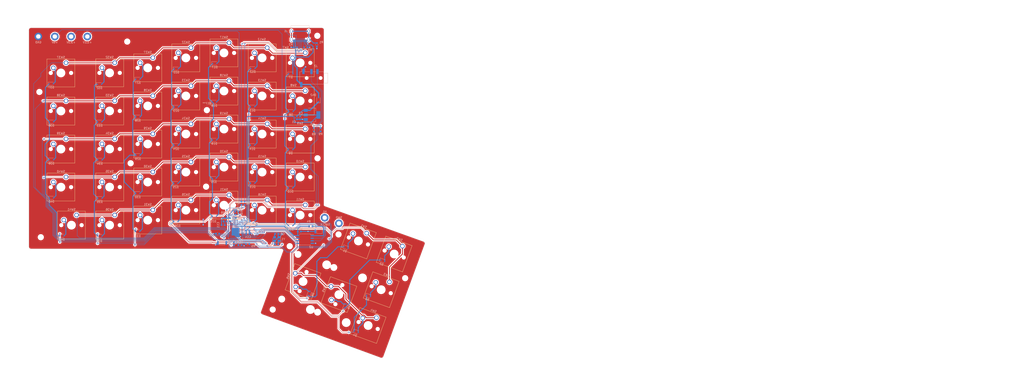
<source format=kicad_pcb>
(kicad_pcb (version 20221018) (generator pcbnew)
  (layers (0 "F.Cu" signal) (31 "B.Cu" signal) (34 "B.Paste" user) (35 "F.Paste" user) (36 "B.SilkS" user "B.Silkscreen") (37 "F.SilkS" user "F.Silkscreen") (38 "B.Mask" user) (39 "F.Mask" user) (44 "Edge.Cuts" user))
  (net 0 "")
  (net 1 "GND")
  (net 2 "+3V3")
  (net 3 "Net-(C3-Pad1)")
  (net 4 "/XIN")
  (net 5 "+1V1")
  (net 6 "+5V")
  (net 7 "col0")
  (net 8 "Net-(D2-A)")
  (net 9 "Net-(D3-A)")
  (net 10 "Net-(D4-A)")
  (net 11 "Net-(D5-A)")
  (net 12 "Net-(D6-A)")
  (net 13 "Net-(D7-A)")
  (net 14 "col1")
  (net 15 "Net-(D8-A)")
  (net 16 "Net-(D9-A)")
  (net 17 "Net-(D10-A)")
  (net 18 "Net-(D11-A)")
  (net 19 "Net-(D12-A)")
  (net 20 "col2")
  (net 21 "Net-(D13-A)")
  (net 22 "Net-(D14-A)")
  (net 23 "Net-(D15-A)")
  (net 24 "Net-(D16-A)")
  (net 25 "Net-(D17-A)")
  (net 26 "col3")
  (net 27 "Net-(D18-A)")
  (net 28 "Net-(D19-A)")
  (net 29 "Net-(D20-A)")
  (net 30 "Net-(D21-A)")
  (net 31 "Net-(D22-A)")
  (net 32 "col4")
  (net 33 "Net-(D23-A)")
  (net 34 "Net-(D24-A)")
  (net 35 "Net-(D25-A)")
  (net 36 "Net-(D26-A)")
  (net 37 "Net-(D27-A)")
  (net 38 "col5")
  (net 39 "Net-(D28-A)")
  (net 40 "Net-(D29-A)")
  (net 41 "Net-(D30-A)")
  (net 42 "Net-(D31-A)")
  (net 43 "Net-(D32-A)")
  (net 44 "col6")
  (net 45 "Net-(D33-A)")
  (net 46 "Net-(D34-A)")
  (net 47 "Net-(D35-A)")
  (net 48 "Net-(D36-A)")
  (net 49 "Net-(D37-A)")
  (net 50 "Net-(D38-A)")
  (net 51 "Net-(D39-A)")
  (net 52 "Net-(D40-A)")
  (net 53 "Net-(D41-A)")
  (net 54 "/SWCLK")
  (net 55 "/SWD")
  (net 56 "Net-(J1-CC1)")
  (net 57 "/D+")
  (net 58 "/D-")
  (net 60 "Net-(J1-CC2)")
  (net 62 "Net-(J1-SHIELD)")
  (net 63 "I2C line 1")
  (net 64 "I2C line 2")
  (net 65 "/QSPI_SS")
  (net 66 "Net-(U3-RUN)")
  (net 67 "/XOUT")
  (net 68 "Net-(U3-USB_DP)")
  (net 69 "Net-(U3-USB_DM)")
  (net 70 "row0")
  (net 71 "row1")
  (net 72 "row2")
  (net 73 "row3")
  (net 74 "row4")
  (net 75 "/QSPI_SD1")
  (net 76 "/QSPI_SD2")
  (net 77 "/QSPI_SD0")
  (net 78 "/QSPI_SCLK")
  (net 79 "/QSPI_SD3")
  (net 91 "Net-(D42-K)")
  (net 92 "Net-(D1-A)")
  (net 93 "t_col0")
  (net 94 "t_col1")
  (net 95 "t_col2")
  (net 96 "t_row0")
  (net 97 "t_row1")
  (footprint "Button_Switch_Keyboard:SW_Cherry_MX_1.00u_PCB" (layer "F.Cu") (at 242.88 66.31)
    (fp_text reference "SW7")
    (fp_text value "SW_Push" hide)
  )
  (footprint "Button_Switch_Keyboard:SW_Cherry_MX_1.00u_PCB" (layer "F.Cu") (at 185.77 140.03)
    (fp_text reference "SW26")
    (fp_text value "SW_Push")
  )
  (footprint "Button_Switch_Keyboard:SW_Cherry_MX_1.00u_PCB" (layer "F.Cu") (at 147.65 71.33)
    (fp_text reference "SW32")
    (fp_text value "SW_Push")
  )
  (footprint "Button_Switch_Keyboard:SW_Cherry_MX_1.00u_PCB" (layer "F.Cu") (at 242.88 123.46)
    (fp_text reference "SW10")
    (fp_text value "SW_Push")
  )
  (footprint "Button_Switch_Keyboard:SW_Cherry_MX_1.00u_PCB" (layer "F.Cu") (at 147.65 147.53)
    (fp_text reference "SW36")
    (fp_text value "SW_Push")
  )
  (footprint "Button_Switch_Keyboard:SW_Cherry_MX_1.00u_PCB" (layer "F.Cu") (at 242.88 142.51)
    (fp_text reference "SW11")
    (fp_text value "SW_Push")
  )
  (footprint "Button_Switch_Keyboard:SW_Cherry_MX_1.00u_PCB" (layer "F.Cu") (at 185.77 101.93)
    (fp_text reference "SW24")
    (fp_text value "SW_Push")
  )
  (footprint "Button_Switch_Keyboard:SW_Cherry_MX_1.00u_PCB" (layer "F.Cu") (at 284.964282 181.015093 -20)
    (fp_text reference "SW3")
    (fp_text value "SW_Push")
  )
  (footprint "Button_Switch_Keyboard:SW_Cherry_MX_1.00u_PCB" (layer "F.Cu") (at 242.88 104.41)
    (fp_text reference "SW9")
    (fp_text value "SW_Push")
  )
  (footprint "Button_Switch_Keyboard:SW_Cherry_MX_1.00u_PCB" (layer "F.Cu") (at 204.8 99.44)
    (fp_text reference "SW19")
    (fp_text value "SW_Push")
  )
  (footprint "Button_Switch_Keyboard:SW_Cherry_MX_1.00u_PCB" (layer "F.Cu") (at 204.8 80.39)
    (fp_text reference "SW18")
    (fp_text value "SW_Push")
  )
  (footprint "Button_Switch_Keyboard:SW_Cherry_MX_1.00u_PCB" (layer "F.Cu") (at 223.87 63.83)
    (fp_text reference "SW12")
    (fp_text value "SW_Push")
  )
  (footprint "Button_Switch_Keyboard:SW_Cherry_MX_1.00u_PCB" (layer "F.Cu") (at 223.87 120.98)
    (fp_text reference "SW15")
    (fp_text value "SW_Push")
  )
  (footprint "Button_Switch_Keyboard:SW_Cherry_MX_1.00u_PCB" (layer "F.Cu") (at 147.65 128.48)
    (fp_text reference "SW35")
    (fp_text value "SW_Push")
  )
  (footprint "Button_Switch_Keyboard:SW_Cherry_MX_1.00u_PCB" (layer "F.Cu") (at 166.71 68.82)
    (fp_text reference "SW27")
    (fp_text value "SW_Push")
  )
  (footprint "Button_Switch_Keyboard:SW_Cherry_MX_1.00u_PCB" (layer "F.Cu") (at 204.8 61.34)
    (fp_text reference "SW17")
    (fp_text value "SW_Push")
  )
  (footprint "Button_Switch_Keyboard:SW_Cherry_MX_1.00u_PCB" (layer "F.Cu") (at 166.71 106.92)
    (fp_text reference "SW29")
    (fp_text value "SW_Push")
  )
  (footprint "Button_Switch_Keyboard:SW_Cherry_MX_1.50u_PCB" (layer "F.Cu") (at 123.32 90.41)
    (fp_text reference "SW38")
    (fp_text value "SW_Push")
  )
  (footprint "Button_Switch_Keyboard:SW_Cherry_MX_1.00u_PCB" (layer "F.Cu") (at 128.58 147.53)
    (fp_text reference "SW41")
    (fp_text value "SW_Push")
  )
  (footprint "Button_Switch_Keyboard:SW_Cherry_MX_2.00u_PCB" (layer "F.Cu") (at 237.885009 176.694221 70)
    (fp_text reference "SW6")
    (fp_text value "SW_Push")
  )
  (footprint "Button_Switch_Keyboard:SW_Cherry_MX_1.00u_PCB" (layer "F.Cu") (at 223.87 140.03)
    (fp_text reference "SW16")
    (fp_text value "SW_Push")
  )
  (footprint "Button_Switch_Keyboard:SW_Cherry_MX_1.00u_PCB" (layer "F.Cu") (at 147.65 90.38)
    (fp_text reference "SW33")
    (fp_text value "SW_Push")
  )
  (footprint "Button_Switch_Keyboard:SW_Cherry_MX_1.50u_PCB" (layer "F.Cu") (at 123.32 109.46)
    (fp_text reference "SW39")
    (fp_text value "SW_Push")
  )
  (footprint "Button_Switch_Keyboard:SW_Cherry_MX_1.00u_PCB" (layer "F.Cu") (at 278.444282 198.925093 -20)
    (fp_text reference "SW4")
    (fp_text value "SW_Push")
  )
  (footprint "Button_Switch_Keyboard:SW_Cherry_MX_1.00u_PCB" (layer "F.Cu") (at 185.77 120.98)
    (fp_text reference "SW25")
    (fp_text value "SW_Push")
  )
  (footprint "Button_Switch_Keyboard:SW_Cherry_MX_2.00u_PCB" (layer "F.Cu") (at 255.785093 183.245719 70)
    (fp_text reference "SW5")
    (fp_text value "SW_Push")
  )
  (footprint "Button_Switch_Keyboard:SW_Cherry_MX_1.00u_PCB" (layer "F.Cu") (at 166.71 87.87)
    (fp_text reference "SW28")
    (fp_text value "SW_Push")
  )
  (footprint "Button_Switch_Keyboard:SW_Cherry_MX_1.00u_PCB" (layer "F.Cu") (at 185.77 63.83)
    (fp_text reference "SW22")
    (fp_text value "SW_Push")
  )
  (footprint "Button_Switch_Keyboard:SW_Cherry_MX_1.00u_PCB" (layer "F.Cu") (at 223.87 82.88)
    (fp_text reference "SW13")
    (fp_text value "SW_Push")
  )
  (footprint "Button_Switch_Keyboard:SW_Cherry_MX_1.50u_PCB" (layer "F.Cu") (at 123.32 71.36)
    (fp_text reference "SW37")
    (fp_text value "SW_Push")
  )
  (footprint "Button_Switch_Keyboard:SW_Cherry_MX_1.00u_PCB" (layer "F.Cu") (at 291.45792 163.142555 -20)
    (fp_text reference "SW2")
    (fp_text value "SW_Push")
  )
  (footprint "Button_Switch_Keyboard:SW_Cherry_MX_1.00u_PCB" (layer "F.Cu") (at 204.8 118.49)
    (fp_text reference "SW20")
    (fp_text value "SW_Push")
  )
  (footprint "Button_Switch_Keyboard:SW_Cherry_MX_1.00u_PCB" (layer "F.Cu") (at 166.71 145.02)
    (fp_text reference "SW31")
    (fp_text value "SW_Push")
  )
  (footprint "Button_Switch_Keyboard:SW_Cherry_MX_1.00u_PCB" (layer "F.Cu") (at 204.8 137.54)
    (fp_text reference "SW21")
    (fp_text value "SW_Push")
  )
  (footprint "Button_Switch_Keyboard:SW_Cherry_MX_1.00u_PCB" (layer "F.Cu") (at 166.71 125.97)
    (fp_text reference "SW30")
    (fp_text value "SW_Push")
  )
  (footprint "Button_Switch_Keyboard:SW_Cherry_MX_1.00u_PCB" (layer "F.Cu") (at 185.77 82.88)
    (fp_text reference "SW23")
    (fp_text value "SW_Push")
  )
  (footprint "Button_Switch_Keyboard:SW_Cherry_MX_1.00u_PCB" (layer "F.Cu") (at 147.65 109.43)
    (fp_text reference "SW34")
    (fp_text value "SW_Push")
  )
  (footprint "Button_Switch_Keyboard:SW_Cherry_MX_1.50u_PCB" (layer "F.Cu") (at 123.32 128.51)
    (fp_text reference "SW40")
    (fp_text value "SW_Push")
  )
  (footprint "Button_Switch_Keyboard:SW_Cherry_MX_1.00u_PCB" (layer "F.Cu") (at 223.87 101.93)
    (fp_text reference "SW14")
    (fp_text value "SW_Push")
  )
  (footprint "Button_Switch_Keyboard:SW_Cherry_MX_1.00u_PCB" (layer "F.Cu") (at 242.88 85.36)
    (fp_text reference "SW8")
    (fp_text value "SW_Push")
  )
  (footprint "Button_Switch_Keyboard:SW_Cherry_MX_1.00u_PCB" (layer "F.Cu") (at 273.574282 156.620093 -20)
    (fp_text reference "SW1")
    (fp_text value "SW_Push")
  )
  (footprint "Resistor_SMD:R_0603_1608Metric" (layer "B.Cu") (at 212.6 141.625 90)
    (fp_text reference "R6")
    (fp_text value "27.4")
  )
  (footprint "Diode_SMD:D_SOD-323" (layer "B.Cu") (at 216.6 131.6)
    (fp_text reference "D15")
    (fp_text value "D")
  )
  (footprint "Resistor_SMD:R_0603_1608Metric" (layer "B.Cu") (at 238 63.65 180)
    (fp_text reference "R2")
    (fp_text value "5.1k")
  )
  (footprint "Capacitor_SMD:C_0603_1608Metric" (layer "B.Cu") (at 214.16 155.27)
    (fp_text reference "C15")
    (fp_text value "100n")
  )
  (footprint "Capacitor_SMD:C_0603_1608Metric" (layer "B.Cu") (at 207.24 161.88 -90)
    (fp_text reference "C7")
    (fp_text value "100n")
  )
  (footprint "Package_DFN_QFN:QFN-56-1EP_7x7mm_P0.4mm_EP4x4mm" (layer "B.Cu") (at 208.03 155.87 180)
    (fp_text reference "U3")
    (fp_text value "RP2040")
  )
  (footprint "Resistor_SMD:R_0603_1608Metric" (layer "B.Cu") (at 248.7 62.3 -90)
    (fp_text reference "R1")
    (fp_text value "0" hide)
  )
  (footprint "Diode_SMD:D_SOD-323" (layer "B.Cu") (at 235.6 114.8)
    (fp_text reference "D9")
    (fp_text value "D")
  )
  (footprint "Diode_SMD:D_SOD-323" (layer "B.Cu") (at 121.25 158)
    (fp_text reference "D41")
    (fp_text value "D")
  )
  (footprint "Capacitor_SMD:C_0603_1608Metric" (layer "B.Cu") (at 202.07 149.905 90)
    (fp_text reference "C9")
    (fp_text value "1u")
  )
  (footprint "MountingHole:MountingHole_2.7mm_M2.5_DIN965" (layer "B.Cu") (at 110.02 85.95 180)
    (fp_text reference "REF**" hide)
    (fp_text value "MountingHole_2.7mm_M2.5_DIN965")
  )
  (footprint "Diode_SMD:D_SOD-323" (layer "B.Cu") (at 140.25 139.1)
    (fp_text reference "D35")
    (fp_text value "D")
  )
  (footprint "Diode_SMD:D_SOD-323" (layer "B.Cu") (at 178.2 131.7)
    (fp_text reference "D25")
    (fp_text value "D")
  )
  (footprint "Capacitor_SMD:C_0603_1608Metric" (layer "B.Cu") (at 203.64 149.91 90)
    (fp_text reference "C16")
    (fp_text value "100n")
  )
  (footprint "MountingHole:MountingHole_2.7mm_M2.5_DIN965" (layer "B.Cu") (at 292.82 179.15 180)
    (fp_text reference "REF**" hide)
    (fp_text value "MountingHole_2.7mm_M2.5_DIN965")
  )
  (footprint "MountingHole:MountingHole_2.7mm_M2.5_DIN965" (layer "B.Cu") (at 155.62 121.65 180)
    (fp_text reference "REF**" hide)
    (fp_text value "MountingHole_2.7mm_M2.5_DIN965")
  )
  (footprint "MountingHole:MountingHole_2.7mm_M2.5_DIN965" (layer "B.Cu") (at 193.72 95.05 180)
    (fp_text reference "REF**")
    (fp_text value "MountingHole_2.7mm_M2.5_DIN965")
  )
  (footprint "Diode_SMD:D_SOD-323" (layer "B.Cu") (at 262.9 193.05 70)
    (fp_text reference "D5")
    (fp_text value "D")
  )
  (footprint "Capacitor_SMD:C_0603_1608Metric" (layer "B.Cu") (at 208.65 145.83)
    (fp_text reference "C10")
    (fp_text value "100n")
  )
  (footprint "MountingHole:MountingHole_2.7mm_M2.5_DIN965" (layer "B.Cu") (at 249.02 119.15 180)
    (fp_text reference "REF**" hide)
    (fp_text value "MountingHole_2.7mm_M2.5_DIN965")
  )
  (footprint "personal footprints:3.9×2.9mm Compact Type" (layer "B.Cu") (at 201.32 161.55)
    (fp_text reference "SW42" hide)
    (fp_text value "SW_Push")
  )
  (footprint "MountingHole:MountingHole_2.7mm_M2.5_DIN965" (layer "B.Cu") (at 259.52 157.25 180)
    (fp_text reference "REF**" hide)
    (fp_text value "MountingHole_2.7mm_M2.5_DIN965")
  )
  (footprint "Diode_SMD:D_SOD-323" (layer "B.Cu") (at 140.15 100.95)
    (fp_text reference "D33")
    (fp_text value "D")
  )
  (footprint "Resistor_SMD:R_0603_1608Metric" (layer "B.Cu") (at 250.53 104.87 -90)
    (fp_text reference "R9")
    (fp_text value "2.2k")
  )
  (footprint "MountingHole:MountingHole_2.2mm_M2_DIN965_Pad" (layer "B.Cu") (at 252.59 148.906 180)
    (fp_text reference "H1")
    (fp_text value "SWCLK")
  )
  (footprint "MountingHole:MountingHole_2.7mm_M2.5_DIN965" (layer "B.Cu") (at 193.32 133.35 180)
    (fp_text reference "REF**" hide)
    (fp_text value "MountingHole_2.7mm_M2.5_DIN965")
  )
  (footprint "Capacitor_SMD:C_0603_1608Metric" (layer "B.Cu") (at 208.1 148.16 90)
    (fp_text reference "C6")
    (fp_text value "100n")
  )
  (footprint "Resistor_SMD:R_0603_1608Metric" (layer "B.Cu") (at 214.11 162.03 180)
    (fp_text reference "R5")
    (fp_text value "1k")
  )
  (footprint "Diode_SMD:D_SOD-323" (layer "B.Cu") (at 116.05 100.9)
    (fp_text reference "D38")
    (fp_text value "D")
  )
  (footprint "Diode_SMD:D_SOD-323" (layer "B.Cu") (at 159.25 79.5)
    (fp_text reference "D27")
    (fp_text value "D")
  )
  (footprint "Diode_SMD:D_SOD-323" (layer "B.Cu") (at 263.3 163.8 -20)
    (fp_text reference "D1")
    (fp_text value "D")
  )
  (footprint "MountingHole:MountingHole_2.2mm_M2_DIN965_Pad" (layer "B.Cu") (at 125.844 58.228 180)
    (fp_text reference "H4" hide)
    (fp_text value "+3.3V")
  )
  (footprint "MountingHole:MountingHole_2.7mm_M2.5_DIN965" (layer "B.Cu") (at 153.92 60.75 180)
    (fp_text reference "REF**" hide)
    (fp_text value "MountingHole_2.7mm_M2.5_DIN965")
  )
  (footprint "Capacitor_SMD:C_0603_1608Metric" (layer "B.Cu") (at 240.31 98.88 -90)
    (fp_text reference "C2")
    (fp_text value "10u")
  )
  (footprint "Connector_USB:USB_C_Receptacle_G-Switch_GT-USB-7010ASV" (layer "B.Cu") (at 240.31 56.655)
    (fp_text reference "J1")
    (fp_text value "USB_C_Receptacle")
  )
  (footprint "Capacitor_SMD:C_0603_1608Metric" (layer "B.Cu") (at 239.94 155.76)
    (fp_text reference "C5")
    (fp_text value "100n")
  )
  (footprint "Diode_SMD:D_SOD-323" (layer "B.Cu") (at 249.55 89.8075 90)
    (fp_text reference "D42")
    (fp_text value "D_Schottky")
  )
  (footprint "Crystal:Crystal_SMD_3225-4Pin_3.2x2.5mm" (layer "B.Cu") (at 228.66 159.575 180)
    (fp_text reference "Y1")
    (fp_text value "Crystal_GND24_Small")
  )
  (footprint "MountingHole:MountingHole_2.7mm_M2.5_DIN965" (layer "B.Cu") (at 110.72 158.65 180)
    (fp_text reference "REF**" hide)
    (fp_text value "MountingHole_2.7mm_M2.5_DIN965")
  )
  (footprint "Package_TO_SOT_SMD:SOT-223-3_TabPin2" (layer "B.Cu") (at 246.3 97.46)
    (fp_text reference "U1")
    (fp_text value "NCP1117-3.3_SOT223")
  )
  (footprint "Diode_SMD:D_SOD-323" (layer "B.Cu") (at 197.45 110)
    (fp_text reference "D19")
    (fp_text value "D")
  )
  (footprint "Diode_SMD:D_SOD-323" (layer "B.Cu") (at 116.05 119.9)
    (fp_text reference "D39")
    (fp_text value "D")
  )
  (footprint "Diode_SMD:D_SOD-323" (layer "B.Cu") (at 159.2 136.7)
    (fp_text reference "D30")
    (fp_text value "D")
  )
  (footprint "Capacitor_SMD:C_0603_1608Metric" (layer "B.Cu") (at 205.26 149.905 90)
    (fp_text reference "C8")
    (fp_text value "1u")
  )
  (footprint "Package_SO:SOIC-8_5.23x5.23mm_P1.27mm" (layer "B.Cu") (at 242.76 159.8 180)
    (fp_text reference "U2")
    (fp_text value "W25Q128JVS")
  )
  (footprint "Diode_SMD:D_SOD-323" (layer "B.Cu") (at 197.25 129.1)
    (fp_text reference "D20")
    (fp_text value "D")
  )
  (footprint "Capacitor_SMD:C_0603_1608Metric" (layer "B.Cu") (at 228.6 156.995)
    (fp_text reference "C3")
    (fp_text value "15p")
  )
  (footprint "Diode_SMD:D_SOD-323" (layer "B.Cu") (at 159.3 117.6)
    (fp_text reference "D29")
    (fp_text value "D")
  )
  (footprint "Diode_SMD:D_SOD-323" (layer "B.Cu") (at 235.77 95.64)
    (fp_text reference "D8")
    (fp_text value "D")
  )
  (footprint "Diode_SMD:D_SOD-323" (layer "B.Cu") (at 178.4 93.5)
    (fp_text reference "D23")
    (fp_text value "D")
  )
  (footprint "MountingHole:MountingHole_2.7mm_M2.5_DIN965" (layer "B.Cu") (at 248.92 57.85 180)
    (fp_text reference "REF**" hide)
    (fp_text value "MountingHole_2.7mm_M2.5_DIN965")
  )
  (footprint "MountingHole:MountingHole_2.2mm_M2_DIN965_Pad" (layer "B.Cu") (at 117.716 58.228 180)
    (fp_text reference "H3" hide)
    (fp_text value "+5V")
  )
  (footprint "MountingHole:MountingHole_2.2mm_M2_DIN965_Pad" (layer "B.Cu") (at 109.48 58.19 180)
    (fp_text reference "H6" hide)
    (fp_text value "GND")
  )
  (footprint "Diode_SMD:D_SOD-323" (layer "B.Cu") (at 216.6 150.6)
    (fp_text reference "D16")
    (fp_text value "D")
  )
  (footprint "MountingHole:MountingHole_2.2mm_M2_DIN965_Pad" (layer "B.Cu") (at 259.702 151.7 180)
    (fp_text reference "H2" hide)
    (fp_text value "SWD")
  )
  (footprint "Diode_SMD:D_SOD-323" (layer "B.Cu") (at 178.35 112.6)
    (fp_text reference "D24")
    (fp_text value "D")
  )
  (footprint "Diode_SMD:D_SOD-323" (layer "B.Cu") (at 235.65 76.8)
    (fp_text reference "D7")
    (fp_text value "D")
  )
  (footprint "Diode_SMD:D_SOD-323" (layer "B.Cu") (at 281.6 170.4 -20)
    (fp_text reference "D2")
    (fp_text value "D")
  )
  (footprint "Diode_SMD:D_SOD-323" (layer "B.Cu") (at 197.65 71.7)
    (fp_text reference "D17")
    (fp_text value "D")
  )
  (footprint "Diode_SMD:D_SOD-323" (layer "B.Cu") (at 216.5 112.6)
    (fp_text reference "D14")
    (fp_text value "D")
  )
  (footprint "Diode_SMD:D_SOD-323" (layer "B.Cu") (at 115.95 81.85)
    (fp_text reference "D37")
    (fp_text value "D")
  )
  (footprint "Resistor_SMD:R_0603_1608Metric" (layer "B.Cu") (at 245.66 153.19)
    (fp_text reference "R4")
    (fp_text value "DNF")
  )
  (footprint "Diode_SMD:D_SOD-323" (layer "B.Cu") (at 140.25 158.1)
    (fp_text reference "D36")
    (fp_text value "D")
  )
  (footprint "Diode_SMD:D_SOD-323" (layer "B.Cu") (at 159.25 98.4)
    (fp_text reference "D28")
    (fp_text value "D")
  )
  (footprint "Diode_SMD:D_SOD-323" (layer "B.Cu") (at 159.1 155.8)
    (fp_text reference "D31")
    (fp_text value "D")
  )
  (footprint "Connector_Audio:Jack_3.5mm_PJ320D_Horizontal" (layer "B.Cu") (at 245.805 78.98 180)
    (fp_text reference "J2")
    (fp_text value "AudioJack4" hide)
  )
  (footprint "Diode_SMD:D_SOD-323" (layer "B.Cu") (at 244.9 186.75 70)
    (fp_text reference "D6")
    (fp_text value "D")
  )
  (footprint "Diode_SMD:D_SOD-323" (layer "B.Cu") (at 235.55 134)
    (fp_text reference "D10")
    (fp_text value "D")
  )
  (footprint "Capacitor_SMD:C_0603_1608Metric" (layer "B.Cu") (at 199.085 156.88 180)
    (fp_text reference "C12")
    (fp_text value "100n")
  )
  (footprint "Diode_SMD:D_SOD-323" (layer "B.Cu") (at 178.2 150.8)
    (fp_text reference "D26")
    (fp_text value "D")
  )
  (footprint "Diode_SMD:D_SOD-323" (layer "B.Cu") (at 235.6 152.9)
    (fp_text reference "D11")
    (fp_text value "D")
  )
  (footprint "Resistor_SMD:R_0603_1608Metric" (layer "B.Cu") (at 243.09 63.63)
    (fp_text reference "R3")
    (fp_text value "5.1k")
  )
  (footprint "Diode_SMD:D_SOD-323" (layer "B.Cu") (at 178.45 74.3)
    (fp_text reference "D22")
    (fp_text value "D")
  )
  (footprint "Capacitor_SMD:C_0603_1608Metric" (layer "B.Cu") (at 238.71 98.87 -90)
    (fp_text reference "C1")
    (fp_text value "10u")
  )
  (footprint "Diode_SMD:D_SOD-323" (layer "B.Cu") (at 268.386677 205.959121 -20)
    (fp_text reference "D4")
    (fp_text value "D")
  )
  (footprint "Diode_SMD:D_SOD-323" (layer "B.Cu") (at 197.45 91)
    (fp_text reference "D18")
    (fp_text value "D")
  )
  (footprint "personal footprints:3.9×2.9mm Compact Type" (layer "B.Cu") (at 250.04 155.74)
    (fp_text reference "SW43" hide)
    (fp_text value "SW_Push")
  )
  (footprint "Capacitor_SMD:C_0603_1608Metric" (layer "B.Cu") (at 201.81 152.58 180)
    (fp_text reference "C11")
    (fp_text value "100n")
  )
  (footprint "MountingHole:MountingHole_2.7mm_M2.5_DIN965" (layer "B.Cu") (at 235.12 163.15 180)
    (fp_text reference "REF**" hide)
    (fp_text value "MountingHole_2.7mm_M2.5_DIN965")
  )
  (footprint "Capacitor_SMD:C_0603_1608Metric" (layer "B.Cu") (at 228.62 162.185)
    (fp_text reference "C4")
    (fp_text value "15p")
  )
  (footprint "Resistor_SMD:R_0603_1608Metric" (layer "B.Cu") (at 211 141.63 90)
    (fp_text reference "R7")
    (fp_text value "27.4")
  )
  (footprint "Diode_SMD:D_SOD-323" (layer "B.Cu") (at 140.25 120)
    (fp_text reference "D34")
    (fp_text value "D")
  )
  (footprint "Resistor_SMD:R_0603_1608Metric" (layer "B.Cu") (at 247.2 104.91 -90)
    (fp_text reference "R8")
    (fp_text value "2.2k")
  )
  (footprint "Diode_SMD:D_SOD-323" (layer "B.Cu") (at 274.5 188 -20)
    (fp_text reference "D3")
    (fp_text value "D")
  )
  (footprint "Capacitor_SMD:C_0603_1608Metric" (layer "B.Cu") (at 210.27 162.6)
    (fp_text reference "C13")
    (fp_text value "100n")
  )
  (footprint "Diode_SMD:D_SOD-323" (layer "B.Cu") (at 140.05 82.1)
    (fp_text reference "D32")
    (fp_text value "D")
  )
  (footprint "Diode_SMD:D_SOD-323" (layer "B.Cu") (at 216.55 93.4)
    (fp_text reference "D13")
    (fp_text value "D")
  )
  (footprint "MountingHole:MountingHole_2.7mm_M2.5_DIN965" (layer "B.Cu") (at 226.62 194.85 180)
    (fp_text reference "REF**" hide)
    (fp_text value "MountingHole_2.7mm_M2.5_DIN965")
  )
  (footprint "Diode_SMD:D_SOD-323" (layer "B.Cu") (at 216.7 74.2)
    (fp_text reference "D12")
    (fp_text value "D")
  )
  (footprint "Diode_SMD:D_SOD-323" (layer "B.Cu") (at 197.45 148.1)
    (fp_text reference "D21")
    (fp_text value "D")
  )
  (footprint "Capacitor_SMD:C_0603_1608Metric" (layer "B.Cu") (at 214.16 157.02)
    (fp_text reference "C14")
    (fp_text value "100n")
  )
  (footprint "MountingHole:MountingHole_2.2mm_M2_DIN965_Pad" (layer "B.Cu") (at 133.972 58.228 180)
    (fp_text reference "H5" hide)
    (fp_text value "+1.1V")
  )
  (footprint "Diode_SMD:D_SOD-323" (layer "B.Cu") (at 116.05 139)
    (fp_text reference "D40")
    (fp_text value "D")
  )
  (gr_arc (start 221.364739 197.199998) (mid 220.881329 196.800397) (end 220.7 196.2) (stroke (width 0.1)) (layer "Edge.Cuts"))
  (gr_arc (start 251.2 53.907107) (mid 251.907107 54.2) (end 252.2 54.907107) (stroke (width 0.1)) (layer "Edge.Cuts"))
  (gr_arc (start 230.9 164.4) (mid 231.607107 164.692893) (end 231.9 165.4) (stroke (width 0.1)) (layer "Edge.Cuts"))
  (gr_arc (start 281.976117 218.111223) (mid 281.432996 218.847014) (end 280.52 218.9) (stroke (width 0.1)) (layer "Edge.Cuts"))
  (gr_line (start 220.7 196.2) (end 231.9 165.4) (stroke (width 0.1)) (layer "Edge.Cuts"))
  (gr_line (start 280.52 218.9) (end 221.364739 197.199998) (stroke (width 0.1)) (layer "Edge.Cuts"))
  (gr_arc (start 301.8 160.800001) (mid 302.448527 161.234315) (end 302.599999 162) (stroke (width 0.1)) (layer "Edge.Cuts"))
  (gr_arc (start 104.8 54.907107) (mid 105.092893 54.2) (end 105.8 53.907107) (stroke (width 0.1)) (layer "Edge.Cuts"))
  (gr_line (start 252.2 54.907107) (end 252.200001 142.626238) (stroke (width 0.1)) (layer "Edge.Cuts"))
  (gr_arc (start 105.8 164.4) (mid 105.092893 164.107107) (end 104.8 163.4) (stroke (width 0.1)) (layer "Edge.Cuts"))
  (gr_line (start 230.9 164.4) (end 105.8 164.4) (stroke (width 0.1)) (layer "Edge.Cuts"))
  (gr_line (start 104.8 54.907107) (end 104.8 163.4) (stroke (width 0.1)) (layer "Edge.Cuts"))
  (gr_line (start 281.976117 218.111223) (end 302.599999 162) (stroke (width 0.1)) (layer "Edge.Cuts"))
  (gr_line (start 252.835779 143.2) (end 301.8 160.800001) (stroke (width 0.1)) (layer "Edge.Cuts"))
  (gr_line (start 105.8 53.907107) (end 251.2 53.907107) (stroke (width 0.1)) (layer "Edge.Cuts"))
  (gr_arc (start 252.835779 143.2) (mid 252.438991 143.000546) (end 252.200001 142.626238) (stroke (width 0.1)) (layer "Edge.Cuts"))
  (via (at 201.05 149.34) (size 0.8) (drill 0.4) (layers "F.Cu" "B.Cu") (net 1))
  (via (at 245.1 63.62) (size 0.8) (drill 0.4) (layers "F.Cu" "B.Cu") (net 1))
  (via (at 196.86 156.89) (size 0.8) (drill 0.4) (layers "F.Cu" "B.Cu") (net 1))
  (via (at 248.07 161.69) (size 0.8) (drill 0.4) (layers "F.Cu" "B.Cu") (net 1))
  (via (at 235.84 63.57) (size 0.8) (drill 0.4) (layers "F.Cu" "B.Cu") (net 1))
  (via (at 203.67 147.71) (size 0.8) (drill 0.4) (layers "F.Cu" "B.Cu") (net 1))
  (via (at 231.5 157.065) (size 0.8) (drill 0.4) (layers "F.Cu" "B.Cu") (net 1))
  (via (at 248.69 64.25) (size 0.8) (drill 0.4) (layers "F.Cu" "B.Cu") (net 1))
  (via (at 244.28 155.74) (size 0.8) (drill 0.4) (layers "F.Cu" "B.Cu") (net 1))
  (via (at 191.89 152.41) (size 0.8) (drill 0.4) (layers "F.Cu" "B.Cu") (net 1))
  (via (at 244.17 61.91) (size 0.8) (drill 0.4) (layers "F.Cu" "B.Cu") (net 1))
  (via (at 216.16 157.0955) (size 0.8) (drill 0.4) (layers "F.Cu" "B.Cu") (net 1))
  (via (at 191.89 149.73) (size 0.8) (drill 0.4) (layers "F.Cu" "B.Cu") (net 1))
  (via (at 208.261609 161.81839) (size 0.8) (drill 0.4) (layers "F.Cu" "B.Cu") (net 1))
  (via (at 210.488245 158.319987) (size 0.8) (drill 0.4) (layers "F.Cu" "B.Cu") (net 1))
  (via (at 241.45 99.66) (size 0.8) (drill 0.4) (layers "F.Cu" "B.Cu") (net 1))
  (via (at 209.53 146.99) (size 0.8) (drill 0.4) (layers "F.Cu" "B.Cu") (net 1))
  (via (at 198.1 162.45) (size 0.8) (drill 0.4) (layers "F.Cu" "B.Cu") (net 1))
  (via (at 243.07 73.38) (size 0.8) (drill 0.4) (layers "F.Cu" "B.Cu") (net 1))
  (via (at 212.32 162.91) (size 0.8) (drill 0.4) (layers "F.Cu" "B.Cu") (net 1))
  (segment (start 203.635 149.13) (end 203.64 149.135) (width 0.45) (layer "B.Cu") (net 1))
  (segment (start 231.5 157.065) (end 229.445 157.065) (width 0.45) (layer "B.Cu") (net 1))
  (segment (start 208.525 144.93) (end 209.425 145.83) (width 0.45) (layer "B.Cu") (net 1))
  (segment (start 229.445 157.065) (end 229.375 156.995) (width 0.45) (layer "B.Cu") (net 1))
  (segment (start 214.935 156.08) (end 214.935 157.02) (width 0.45) (layer "B.Cu") (net 1))
  (segment (start 214.935 155.27) (end 214.935 156.08) (width 0.45) (layer "B.Cu") (net 1))
  (segment (start 202.07 149.13) (end 203.635 149.13) (width 0.45) (layer "B.Cu") (net 1))
  (segment (start 205.255 149.135) (end 205.26 149.13) (width 0.45) (layer "B.Cu") (net 1))
  (segment (start 209.13 158.01) (end 209.03 158.01) (width 0.15) (layer "B.Cu") (net 1))
  (segment (start 208.065 158.085) (end 206.94 156.96) (width 0.6) (layer "B.Cu") (net 1))
  (segment (start 209.03 158.01) (end 209.03 159.32) (width 0.15) (layer "B.Cu") (net 1))
  (segment (start 198.31 156.88) (end 196.87 156.88) (width 0.45) (layer "B.Cu") (net 1))
  (segment (start 210.488245 158.319987) (end 208.299987 158.319987) (width 0.6) (layer "B.Cu") (net 1))
  (segment (start 215.1445 156.08) (end 214.935 156.08) (width 0.45) (layer "B.Cu") (net 1))
  (segment (start 241.445 99.655) (end 241.45 99.66) (width 0.45) (layer "B.Cu") (net 1))
  (segment (start 240.735 155.74) (end 244.28 155.74) (width 0.45) (layer "B.Cu") (net 1))
  (segment (start 241.45 99.66) (end 241.455 99.655) (width 0.45) (layer "B.Cu") (net 1))
  (segment (start 241.98 74.47) (end 243.07 73.38) (width 0.45) (layer "B.Cu") (net 1))
  (segment (start 228.685 159.4) (end 229.36 158.725) (width 0.45) (layer "B.Cu") (net 1))
  (segment (start 210.488245 158.319987) (end 210.089129 157.920871) (width 0.15) (layer "B.Cu") (net 1))
  (segment (start 201.26 149.13) (end 201.05 149.34) (width 0.45) (layer "B.Cu") (net 1))
  (segment (start 235.92 63.65) (end 235.84 63.57) (width 0.45) (layer "B.Cu") (net 1))
  (segment (start 209.53 146.99) (end 209.135 147.385) (width 0.15) (layer "B.Cu") (net 1))
  (segment (start 208.14 158.01) (end 208.065 158.085) (width 0.15) (layer "B.Cu") (net 1))
  (segment (start 227.56 160.425) (end 227.56 161.9) (width 0.45) (layer "B.Cu") (net 1))
  (segment (start 227.56 161.9) (end 227.845 162.185) (width 0.45) (layer "B.Cu") (net 1))
  (segment (start 227.56 160.425) (end 227.87 160.425) (width 0.45) (layer "B.Cu") (net 1))
  (segment (start 210.488245 158.319987) (end 208.818258 156.65) (width 0.15) (layer "B.Cu") (net 1))
  (segment (start 238.72 99.655) (end 238.71 99.645) (width 0.45) (layer "B.Cu") (net 1))
  (segment (start 237.11 63.585) (end 237.175 63.65) (width 0.45) (layer "B.Cu") (net 1))
  (segment (start 210.089129 157.920871) (end 210 158.01) (width 0.15) (layer "B.Cu") (net 1))
  (segment (start 216.16 157.0955) (end 215.1445 156.08) (width 0.45) (layer "B.Cu") (net 1))
  (segment (start 237.11 60.38) (end 237.11 63.585) (width 0.45) (layer "B.Cu") (net 1))
  (segment (start 209.03 156.87) (end 209.03 158.01) (width 0.15) (layer "B.Cu") (net 1))
  (segment (start 199 161.55) (end 199.22 161.55) (width 0.45) (layer "B.Cu") (net 1))
  (segment (start 240.31 99.655) (end 238.72 99.655) (width 0.45) (layer "B.Cu") (net 1))
  (segment (start 209.13 158.01) (end 208.14 158.01) (width 0.15) (layer "B.Cu") (net 1))
  (segment (start 228.685 159.61) (end 228.685 159.4) (width 0.45) (layer "B.Cu") (net 1))
  (segment (start 227.87 160.425) (end 228.685 159.61) (width 0.45) (layer "B.Cu") (net 1))
  (segment (start 212.01 162.6) (end 211.045 162.6) (width 0.15) (layer "B.Cu") (net 1))
  (segment (start 229.84 158.725) (end 231.5 157.065) (width 0.45) (layer "B.Cu") (net 1))
  (segment (start 229.36 158.725) (end 229.76 158.725) (width 0.45) (layer "B.Cu") (net 1))
  (segment (start 196.87 156.88) (end 196.86 156.89) (width 0.45) (layer "B.Cu") (net 1))
  (segment (start 204.725 148.595) (end 204.725 147.338273) (width 0.45) (layer "B.Cu") (net 1))
  (segment (start 205.26 149.13) (end 204.725 148.595) (width 0.45) (layer "B.Cu") (net 1))
  (segment (start 204.725 147.338273) (end 207.133273 144.93) (width 0.45) (layer "B.Cu") (net 1))
  (segment (start 203.64 149.135) (end 203.64 147.74) (width 0.45) (layer "B.Cu") (net 1))
  (segment (start 203.64 147.74) (end 203.67 147.71) (width 0.45) (layer "B.Cu") (net 1))
  (segment (start 209.588258 157.42) (end 208.03 157.42) (width 0.15) (layer "B.Cu") (net 1))
  (segment (start 191.89 152.37) (end 191.89 149.73) (width 0.15) (layer "B.Cu") (net 1))
  (segment (start 209.425 146.885) (end 209.425 145.83) (width 0.15) (layer "B.Cu") (net 1))
  (segment (start 210.488245 158.319987) (end 209.588258 157.42) (width 0.15) (layer "B.Cu") (net 1))
  (segment (start 240.31 99.655) (end 241.445 99.655) (width 0.45) (layer "B.Cu") (net 1))
  (segment (start 243.915 63.63) (end 245.09 63.63) (width 0.45) (layer "B.Cu") (net 1))
  (segment (start 203.64 149.135) (end 205.255 149.135) (width 0.45) (layer "B.Cu") (net 1))
  (segment (start 208.261609 161.81839) (end 207.384999 162.695) (width 0.15) (layer "B.Cu") (net 1))
  (segment (start 208.299987 158.319987) (end 208.065 158.085) (width 0.6) (layer "B.Cu") (net 1))
  (segment (start 207.133273 144.93) (end 208.525 144.93) (width 0.45) (layer "B.Cu") (net 1))
  (segment (start 229.375 156.995) (end 229.375 158.34) (width 0.45) (layer "B.Cu") (net 1))
  (segment (start 202.07 149.13) (end 201.26 149.13) (width 0.45) (layer "B.Cu") (net 1))
  (segment (start 212.32 162.91) (end 212.01 162.6) (width 0.15) (layer "B.Cu") (net 1))
  (segment (start 241.455 99.655) (end 243.045 99.655) (width 0.45) (layer "B.Cu") (net 1))
  (segment (start 244.17 61.91) (end 243.51 61.25) (width 0.45) (layer "B.Cu") (net 1))
  (segment (start 198.1 162.45) (end 199 161.55) (width 0.45) (layer "B.Cu") (net 1))
  (segment (start 245.09 63.63) (end 245.1 63.62) (width 0.45) (layer "B.Cu") (net 1))
  (segment (start 210 158.01) (end 209.13 158.01) (width 0.15) (layer "B.Cu") (net 1))
  (segment (start 208.818258 156.65) (end 208.03 156.65) (width 0.15) (layer "B.Cu") (net 1))
  (segment (start 201.035 149.355) (end 201.05 149.34) (width 0.45) (layer "B.Cu") (net 1))
  (segment (start 244.28 155.74) (end 247.94 155.74) (width 0.45) (layer "B.Cu") (net 1))
  (segment (start 241.98 75.73) (end 241.98 74.47) (width 0.45) (layer "B.Cu") (net 1))
  (segment (start 229.76 158.725) (end 229.84 158.725) (width 0.45) (layer "B.Cu") (net 1))
  (segment (start 248.7 63.125) (end 248.7 64.24) (width 0.45) (layer "B.Cu") (net 1))
  (segment (start 243.51 61.25) (end 243.51 60.38) (width 0.45) (layer "B.Cu") (net 1))
  (segment (start 246.36 161.705) (end 248.055 161.705) (width 0.25) (layer "B.Cu") (net 1))
  (segment (start 237.175 63.65) (end 235.92 63.65) (width 0.45) (layer "B.Cu") (net 1))
  (segment (start 243.045 99.655) (end 243.15 99.76) (width 0.45) (layer "B.Cu") (net 1))
  (segment (start 210.089129 157.920871) (end 210.028258 157.86) (width 0.15) (layer "B.Cu") (net 1))
  (segment (start 248.055 161.705) (end 248.07 161.69) (width 0.25) (layer "B.Cu") (net 1))
  (segment (start 229.375 158.34) (end 229.76 158.725) (width 0.45) (layer "B.Cu") (net 1))
  (segment (start 209.135 147.385) (end 208.1 147.385) (width 0.15) (layer "B.Cu") (net 1))
  (segment (start 240.715 155.76) (end 240.735 155.74) (width 0.45) (layer "B.Cu") (net 1))
  (segment (start 207.384999 162.695) (end 207.36 162.695) (width 0.15) (layer "B.Cu") (net 1))
  (segment (start 201.035 152.58) (end 201.035 149.355) (width 0.45) (layer "B.Cu") (net 1))
  (segment (start 209.53 146.99) (end 209.425 146.885) (width 0.15) (layer "B.Cu") (net 1))
  (segment (start 250.53 102.85) (end 247.33 102.85) (width 0.25) (layer "F.Cu") (net 2))
  (segment (start 247.33 102.85) (end 247.2 102.72) (width 0.25) (layer "F.Cu") (net 2))
  (via (at 250.53 102.85) (size 0.8) (drill 0.4) (layers "F.Cu" "B.Cu") (net 2))
  (via (at 247.2 102.72) (size 0.8) (drill 0.4) (layers "F.Cu" "B.Cu") (net 2))
  (segment (start 232.54 153.25) (end 215.56 153.25) (width 0.45) (layer "B.Cu") (net 2))
  (segment (start 237.1 98.21) (end 237.38 98.49) (width 0.4) (layer "B.Cu") (net 2))
  (segment (start 205.58 151.52) (end 204.475 151.52) (width 0.15) (layer "B.Cu") (net 2))
  (segment (start 205.6 158.44) (end 207.409619 158.44) (width 0.15) (layer "B.Cu") (net 2))
  (segment (start 215.56 153.25) (end 215.45 153.14) (width 0.45) (layer "B.Cu") (net 2))
  (segment (start 202.07 151.35) (end 202.07 150.68) (width 0.15) (layer "B.Cu") (net 2))
  (segment (start 231.29 57.03) (end 231.29 98.21) (width 0.15) (layer "B.Cu") (net 2))
  (segment (start 205.41 151.88) (end 204.11 151.88) (width 0.15) (layer "B.Cu") (net 2))
  (segment (start 205.43 151.9) (end 205.49 151.9) (width 0.15) (layer "B.Cu") (net 2))
  (segment (start 211.020381 156.87) (end 210.805 156.654619) (width 0.15) (layer "B.Cu") (net 2))
  (segment (start 210.843604 153.27) (end 210.973604 153.14) (width 0.4) (layer "B.Cu") (net 2))
  (segment (start 213.82 151.44) (end 213.82 130.753884) (width 0.4) (layer "B.Cu") (net 2))
  (segment (start 205.43 152.42) (end 205.43 151.9) (width 0.15) (layer "B.Cu") (net 2))
  (segment (start 205.83 152.42) (end 205.83 151.77) (width 0.15) (layer "B.Cu") (net 2))
  (segment (start 207.67 151.5) (end 207.83 151.5) (width 0.15) (layer "B.Cu") (net 2))
  (segment (start 207.35 149.367107) (end 207.35 146.355) (width 0.15) (layer "B.Cu") (net 2))
  (segment (start 239.16 157.895) (end 239.16 155.855) (width 0.45) (layer "B.Cu") (net 2))
  (segment (start 199.86 156.88) (end 199.87 156.87) (width 0.15) (layer "B.Cu") (net 2))
  (segment (start 207.35 146.355) (end 207.875 145.83) (width 0.15) (layer "B.Cu") (net 2))
  (segment (start 207.83 151.5) (end 207.83 149.847107) (width 0.15) (layer "B.Cu") (net 2))
  (segment (start 205.83 153.02) (end 206.08 153.27) (width 0.15) (layer "B.Cu") (net 2))
  (segment (start 204.475 151.52) (end 203.64 150.685) (width 0.15) (layer "B.Cu") (net 2))
  (segment (start 207.83 160.432893) (end 209.495 162.097893) (width 0.15) (layer "B.Cu") (net 2))
  (segment (start 207.83 151.5) (end 207.83 152.42) (width 0.15) (layer "B.Cu") (net 2))
  (segment (start 247.2 102.72) (end 245.74 101.26) (width 0.25) (layer "B.Cu") (net 2))
  (segment (start 237.38 98.49) (end 237.38 101.26) (width 0.4) (layer "B.Cu") (net 2))
  (segment (start 207.43 151.74) (end 207.67 151.5) (width 0.15) (layer "B.Cu") (net 2))
  (segment (start 213.385 155.27) (end 213.385 157.02) (width 0.45) (layer "B.Cu") (net 2))
  (segment (start 250.53 104.045) (end 250.53 102.85) (width 0.25) (layer "B.Cu") (net 2))
  (segment (start 205.255 156.855) (end 205.24 156.87) (width 0.15) (layer "B.Cu") (net 2))
  (segment (start 213.82 130.753884) (end 213.805 130.738883) (width 0.4) (layer "B.Cu") (net 2))
  (segment (start 207.43 152.42) (end 207.43 151.74) (width 0.15) (layer "B.Cu") (net 2))
  (segment (start 208.220381 153.27) (end 210.843604 153.27) (width 0.4) (layer "B.Cu") (net 2))
  (segment (start 207.83 152.879619) (end 208.220381 153.27) (width 0.15) (layer "B.Cu") (net 2))
  (segment (start 215.45 153.14) (end 211.84 153.14) (width 0.45) (layer "B.Cu") (net 2))
  (segment (start 209.495 162.097893) (end 209.495 162.6) (width 0.15) (layer "B.Cu") (net 2))
  (segment (start 211.48 156.87) (end 213.235 156.87) (width 0.15) (layer "B.Cu") (net 2))
  (segment (start 210.805 156.654619) (end 210.805 153.308604) (width 0.15) (layer "B.Cu") (net 2))
  (segment (start 240.41 153.19) (end 239.165 154.435) (width 0.45) (layer "B.Cu") (net 2))
  (segment (start 205.57 158.41) (end 205.6 158.44) (width 0.15) (layer "B.Cu") (net 2))
  (segment (start 203.89 152.58) (end 202.585 152.58) (width 0.15) (layer "B.Cu") (net 2))
  (segment (start 247.2 104.085) (end 247.2 102.72) (width 0.25) (layer "B.Cu") (net 2))
  (segment (start 212.285 152.975) (end 213.82 151.44) (width 0.4) (layer "B.Cu") (net 2))
  (segment (start 211.48 156.87) (end 211.020381 156.87) (width 0.15) (layer "B.Cu") (net 2))
  (segment (start 205.255 156.855) (end 205.57 157.17) (width 0.15) (layer "B.Cu") (net 2))
  (segment (start 205.83 151.77) (end 205.725 151.665) (width 0.15) (layer "B.Cu") (net 2))
  (segment (start 207.83 158.860381) (end 207.83 159.32) (width 0.15) (layer "B.Cu") (net 2))
  (segment (start 203.74 151.51) (end 203.74 151.47) (width 0.15) (layer "B.Cu") (net 2))
  (segment (start 205.47 156.64) (end 205.255 156.855) (width 0.15) (layer "B.Cu") (net 2))
  (segment (start 237.38 101.26) (end 245.74 101.26) (width 0.4) (layer "B.Cu") (net 2))
  (segment (start 229.36 55.1) (end 231.29 57.03) (width 0.15) (layer "B.Cu") (net 2))
  (segment (start 239.16 157.895) (end 237.185 157.895) (width 0.45) (layer "B.Cu") (net 2))
  (segment (start 205.83 152.42) (end 205.83 153.02) (width 0.15) (layer "B.Cu") (net 2))
  (segment (start 202.07 150.68) (end 203.635 150.68) (width 0.15) (layer "B.Cu") (net 2))
  (segment (start 213.235 156.87) (end 213.385 157.02) (width 0.15) (layer "B.Cu") (net 2))
  (segment (start 203.635 150.68) (end 203.64 150.685) (width 0.15) (layer "B.Cu") (net 2))
  (segment (start 204.58 153.27) (end 203.89 152.58) (width 0.15) (layer "B.Cu") (net 2))
  (segment (start 243.15 97.46) (end 249.45 97.46) (width 0.45) (layer "B.Cu") (net 2))
  (segment (start 215.56 153.25) (end 213.54 155.27) (width 0.45) (layer "B.Cu") (net 2))
  (segment (start 205.725 151.665) (end 205.58 151.52) (width 0.15) (layer "B.Cu") (net 2))
  (segment (start 199.87 156.87) (end 204.58 156.87) (width 0.15) (layer "B.Cu") (net 2))
  (segment (start 202.19 151.47) (end 202.07 151.35) (width 0.15) (layer "B.Cu") (net 2))
  (segment (start 207.409619 158.44) (end 207.83 158.860381) (width 0.15) (layer "B.Cu") (net 2))
  (segment (start 205.24 156.87) (end 204.58 156.87) (width 0.15) (layer "B.Cu") (net 2))
  (segment (start 243.15 97.46) (end 240.955 97.46) (width 0.45) (layer "B.Cu") (net 2))
  (segment (start 204.11 151.88) (end 203.74 151.51) (width 0.15) (layer "B.Cu") (net 2))
  (segment (start 207.83 149.847107) (end 207.35 149.367107) (width 0.15) (layer "B.Cu") (net 2))
  (segment (start 214.26 98.21) (end 237.1 98.21) (width 0.4) (layer "B.Cu") (net 2))
  (segment (start 203.74 151.47) (end 202.19 151.47) (width 0.15) (layer "B.Cu") (net 2))
  (segment (start 128.972 55.1) (end 229.36 55.1) (width 0.15) (layer "B.Cu") (net 2))
  (segment (start 213.54 155.27) (end 213.385 155.27) (width 0.45) (layer "B.Cu") (net 2))
  (segment (start 245.74 101.26) (end 249.76 97.24) (width 0.4) (layer "B.Cu") (net 2))
  (segment (start 125.844 58.228) (end 128.972 55.1) (width 0.15) (layer "B.Cu") (net 2))
  (segment (start 206.08 153.27) (end 205.47 153.88) (width 0.15) (layer "B.Cu") (net 2))
  (segment (start 210.805 153.308604) (end 210.843604 153.27) (width 0.15) (layer "B.Cu") (net 2))
  (segment (start 213.805 98.665) (end 214.26 98.21) (width 0.4) (layer "B.Cu") (net 2))
  (segment (start 205.47 153.88) (end 205.47 156.64) (width 0.15) (layer "B.Cu") (net 2))
  (segment (start 205.43 151.9) (end 205.41 151.88) (width 0.15) (layer "B.Cu") (net 2))
  (segment (start 237.185 157.895) (end 232.54 153.25) (width 0.45) (layer "B.Cu") (net 2))
  (segment (start 208.220381 153.27) (end 206.08 153.27) (width 0.15) (layer "B.Cu") (net 2))
  (segment (start 239.165 154.435) (end 239.165 155.76) (width 0.45) (layer "B.Cu") (net 2))
  (segment (start 244.835 153.19) (end 240.41 153.19) (width 0.45) (layer "B.Cu") (net 2))
  (segment (start 213.805 130.738883) (end 213.805 98.665) (width 0.4) (layer "B.Cu") (net 2))
  (segment (start 210.973604 153.14) (end 211.84 153.14) (width 0.4) (layer "B.Cu") (net 2))
  (segment (start 207.83 159.32) (end 207.83 160.432893) (width 0.15) (layer "B.Cu") (net 2))
  (segment (start 202.585 152.58) (end 202.585 151.865) (width 0.15) (layer "B.Cu") (net 2))
  (segment (start 205.49 151.9) (end 205.725 151.665) (width 0.15) (layer "B.Cu") (net 2))
  (segment (start 207.83 152.42) (end 207.83 152.879619) (width 0.15) (layer "B.Cu") (net 2))
  (segment (start 205.57 157.17) (end 205.57 158.41) (width 0.15) (layer "B.Cu") (net 2))
  (segment (start 202.585 151.865) (end 202.19 151.47) (width 0.15) (layer "B.Cu") (net 2))
  (segment (start 240.955 97.46) (end 240.31 98.105) (width 0.45) (layer "B.Cu") (net 2))
  (segment (start 204.58 153.27) (end 205.43 152.42) (width 0.15) (layer "B.Cu") (net 2))
  (segment (start 224.112861 163.07) (end 225.361112 163.07) (width 0.15) (layer "F.Cu") (net 3))
  (segment (start 223.920245 162.877384) (end 224.112861 163.07) (width 0.15) (layer "F.Cu") (net 3))
  (segment (start 225.361112 163.07) (end 226.535 161.896112) (width 0.15) (layer "F.Cu") (net 3))
  (via (at 226.535 161.896112) (size 0.8) (drill 0.4) (layers "F.Cu" "B.Cu") (net 3))
  (via (at 223.920245 162.877384) (size 0.8) (drill 0.4) (layers "F.Cu" "B.Cu") (net 3))
  (segment (start 215.48 162.86) (end 214.935 162.315) (width 0.15) (layer "B.Cu") (net 3))
  (segment (start 223.902861 162.86) (end 215.48 162.86) (width 0.15) (layer "B.Cu") (net 3))
  (segment (start 227.56 158.725) (end 227.56 157.26) (width 0.45) (layer "B.Cu") (net 3))
  (segment (start 223.920245 162.877384) (end 223.902861 162.86) (width 0.15) (layer "B.Cu") (net 3))
  (segment (start 214.935 162.315) (end 214.935 162.03) (width 0.15) (layer "B.Cu") (net 3))
  (segment (start 226.535 161.896112) (end 226.535 159.5) (width 0.25) (layer "B.Cu") (net 3))
  (segment (start 227.31 158.725) (end 227.56 158.725) (width 0.25) (layer "B.Cu") (net 3))
  (segment (start 227.56 157.26) (end 227.825 156.995) (width 0.45) (layer "B.Cu") (net 3))
  (segment (start 226.535 159.5) (end 227.31 158.725) (width 0.25) (layer "B.Cu") (net 3))
  (segment (start 220.072384 163.552384) (end 218.57 162.05) (width 0.15) (layer "F.Cu") (net 4))
  (segment (start 218.57 162.05) (end 218.57 162.04) (width 0.15) (layer "F.Cu") (net 4))
  (segment (start 230.047616 163.552384) (end 220.072384 163.552384) (width 0.15) (layer "F.Cu") (net 4))
  (segment (start 231.3 162.3) (end 230.047616 163.552384) (width 0.15) (layer "F.Cu") (net 4))
  (segment (start 218.57 162.04) (end 218.55 162.02) (width 0.15) (layer "F.Cu") (net 4))
  (via (at 218.55 162.02) (size 0.8) (drill 0.4) (layers "F.Cu" "B.Cu") (net 4))
  (via (at 231.3 162.3) (size 0.8) (drill 0.4) (layers "F.Cu" "B.Cu") (net 4))
  (segment (start 231.3 162.3) (end 231.3 160.49) (width 0.15) (layer "B.Cu") (net 4))
  (segment (start 229.395 160.79) (end 229.395 162.185) (width 0.45) (layer "B.Cu") (net 4))
  (segment (start 208.63 160.242945) (end 208.63 159.32) (width 0.15) (layer "B.Cu") (net 4))
  (segment (start 211.734879 161.36) (end 209.747055 161.36) (width 0.15) (layer "B.Cu") (net 4))
  (segment (start 218.55 161.84) (end 217.99 161.28) (width 0.15) (layer "B.Cu") (net 4))
  (segment (start 212.668249 161.5) (end 211.874879 161.5) (width 0.15) (layer "B.Cu") (net 4))
  (segment (start 212.888249 161.28) (end 212.668249 161.5) (width 0.15) (layer "B.Cu") (net 4))
  (segment (start 217.99 161.28) (end 212.888249 161.28) (width 0.15) (layer "B.Cu") (net 4))
  (segment (start 231.3 160.49) (end 231.235 160.425) (width 0.15) (layer "B.Cu") (net 4))
  (segment (start 211.874879 161.5) (end 211.734879 161.36) (width 0.15) (layer "B.Cu") (net 4))
  (segment (start 231.235 160.425) (end 229.76 160.425) (width 0.15) (layer "B.Cu") (net 4))
  (segment (start 218.55 162.02) (end 218.55 161.84) (width 0.15) (layer "B.Cu") (net 4))
  (segment (start 209.747055 161.36) (end 208.63 160.242945) (width 0.15) (layer "B.Cu") (net 4))
  (segment (start 229.76 160.425) (end 229.395 160.79) (width 0.45) (layer "B.Cu") (net 4))
  (segment (start 206.3655 150.480472) (end 206.3655 148.5345) (width 0.15) (layer "F.Cu") (net 5))
  (segment (start 204.9 161.5) (end 196.57 161.5) (width 0.15) (layer "F.Cu") (net 5))
  (segment (start 174.9 152.21) (end 174.9 151.42) (width 0.15) (layer "F.Cu") (net 5))
  (segment (start 206.71 148.19) (end 209.866367 148.19) (width 0.15) (layer "F.Cu") (net 5))
  (segment (start 201.78 147.94) (end 203.67 146.05) (width 0.15) (layer "F.Cu") (net 5))
  (segment (start 206.3655 148.5345) (end 206.71 148.19) (width 0.15) (layer "F.Cu") (net 5))
  (segment (start 196.57 161.5) (end 196.31 161.24) (width 0.15) (layer "F.Cu") (net 5))
  (segment (start 203.67 146.05) (end 203.67 145.1) (width 0.15) (layer "F.Cu") (net 5))
  (segment (start 174.9 151.42) (end 175.45 150.87) (width 0.15) (layer "F.Cu") (net 5))
  (segment (start 195.71 147.94) (end 201.78 147.94) (width 0.15) (layer "F.Cu") (net 5))
  (segment (start 209.866367 148.19) (end 210.190867 147.8655) (width 0.15) (layer "F.Cu") (net 5))
  (segment (start 175.45 150.87) (end 192.78 150.87) (width 0.15) (layer "F.Cu") (net 5))
  (segment (start 184.72 161.24) (end 176.22 152.74) (width 0.15) (layer "F.Cu") (net 5))
  (segment (start 205.91 162.51) (end 204.9 161.5) (width 0.15) (layer "F.Cu") (net 5))
  (segment (start 176.22 152.74) (end 175.43 152.74) (width 0.15) (layer "F.Cu") (net 5))
  (segment (start 192.78 150.87) (end 195.71 147.94) (width 0.15) (layer "F.Cu") (net 5))
  (segment (start 196.31 161.24) (end 184.72 161.24) (width 0.15) (layer "F.Cu") (net 5))
  (segment (start 175.43 152.74) (end 174.9 152.21) (width 0.15) (layer "F.Cu") (net 5))
  (via (at 206.3655 150.480472) (size 0.8) (drill 0.4) (layers "F.Cu" "B.Cu") (net 5))
  (via (at 210.190867 147.8655) (size 0.8) (drill 0.4) (layers "F.Cu" "B.Cu") (net 5))
  (via (at 205.91 162.51) (size 0.8) (drill 0.4) (layers "F.Cu" "B.Cu") (net 5))
  (via (at 203.67 145.1) (size 0.8) (drill 0.4) (layers "F.Cu" "B.Cu") (net 5))
  (segment (start 133.972 58.228) (end 136.6 55.6) (width 0.15) (layer "B.Cu") (net 5))
  (segment (start 207.43 161.075) (end 207.43 159.32) (width 0.15) (layer "B.Cu") (net 5))
  (segment (start 205.26 150.68) (end 206.23 151.65) (width 0.15) (layer "B.Cu") (net 5))
  (segment (start 204.74 144.03) (end 209.82 144.03) (width 0.15) (layer "B.Cu") (net 5))
  (segment (start 206.3655 150.480472) (end 206.165972 150.68) (width 0.15) (layer "B.Cu") (net 5))
  (segment (start 208.23 152.42) (end 208.23 149.065) (width 0.15) (layer "B.Cu") (net 5))
  (segment (start 206.165972 150.68) (end 205.26 150.68) (width 0.15) (layer "B.Cu") (net 5))
  (segment (start 209.82 144.37) (end 210.8 145.35) (width 0.15) (layer "B.Cu") (net 5))
  (segment (start 209.82 56.45) (end 209.82 144.03) (width 0.15) (layer "B.Cu") (net 5))
  (segment (start 207.24 161.18) (end 205.91 162.51) (width 0.15) (layer "B.Cu") (net 5))
  (segment (start 210.8 147.38) (end 209.245 148.935) (width 0.15) (layer "B.Cu") (net 5))
  (segment (start 209.82 144.03) (end 209.82 144.37) (width 0.15) (layer "B.Cu") (net 5))
  (segment (start 207.24 161.105) (end 207.24 161.18) (width 0.15) (layer "B.Cu") (net 5))
  (segment (start 210.8 145.35) (end 210.8 147.38) (width 0.15) (layer "B.Cu") (net 5))
  (segment (start 206.23 151.65) (end 206.23 152.42) (width 0.15) (layer "B.Cu") (net 5))
  (segment (start 208.97 55.6) (end 209.82 56.45) (width 0.15) (layer "B.Cu") (net 5))
  (segment (start 208.23 149.065) (end 208.1 148.935) (width 0.15) (layer "B.Cu") (net 5))
  (segment (start 136.6 55.6) (end 208.97 55.6) (width 0.15) (layer "B.Cu") (net 5))
  (segment (start 207.36 161.145) (end 207.43 161.075) (width 0.15) (layer "B.Cu") (net 5))
  (segment (start 209.245 148.935) (end 208.1 148.935) (width 0.15) (layer "B.Cu") (net 5))
  (segment (start 203.67 145.1) (end 204.74 144.03) (width 0.15) (layer "B.Cu") (net 5))
  (segment (start 238.36 59.27) (end 237.91 59.72) (width 0.15) (layer "B.Cu") (net 6))
  (segment (start 237.9995 65.331727) (end 237.9995 61.5395) (width 0.45) (layer "B.Cu") (net 6))
  (segment (start 249.55 86.5) (end 245.28 82.23) (width 0.65) (layer "B.Cu") (net 6))
  (segment (start 245.14 62.46) (end 245.11 62.49) (width 0.45) (layer "B.Cu") (net 6))
  (segment (start 233.19 55.88) (end 234.9 57.59) (width 0.15) (layer "B.Cu") (net 6))
  (segment (start 237.91 59.72) (end 237.91 60.38) (width 0.15) (layer "B.Cu") (net 6))
  (segment (start 240.88 82.23) (end 238.77 80.12) (width 0.65) (layer "B.Cu") (net 6))
  (segment (start 242.71 59.63) (end 242.35 59.27) (width 0.15) (layer "B.Cu") (net 6))
  (segment (start 245.28 82.23) (end 240.88 82.23) (width 0.65) (layer "B.Cu") (net 6))
  (segment (start 245.015 62.585) (end 245.11 62.49) (width 0.15) (layer "B.Cu") (net 6))
  (segment (start 238.13 65.462227) (end 237.9995 65.331727) (width 0.45) (layer "B.Cu") (net 6))
  (segment (start 242.71 60.38) (end 242.71 59.63) (width 0.15) (layer "B.Cu") (net 6))
  (segment (start 238.13 68.49) (end 244.48 68.49) (width 0.45) (layer "B.Cu") (net 6))
  (segment (start 237.45 70.31) (end 238.13 69.63) (width 0.45) (layer "B.Cu") (net 6))
  (segment (start 232.39 54.75) (end 233.19 55.55) (width 0.15) (layer "B.Cu") (net 6))
  (segment (start 238.13 68.49) (end 238.13 65.462227) (width 0.45) (layer "B.Cu") (net 6))
  (segment (start 234.9 57.59) (end 234.98 57.51) (width 0.15) (layer "B.Cu") (net 6))
  (segment (start 242.35 59.27) (end 238.36 59.27) (width 0.15) (layer "B.Cu") (net 6))
  (segment (start 246.8 63.23) (end 246.03 62.46) (width 0.45) (layer "B.Cu") (net 6))
  (segment (start 246.8 66.17) (end 246.8 63.23) (width 0.45) (layer "B.Cu") (net 6))
  (segment (start 234.98 57.51) (end 238.36 57.51) (width 0.15) (layer "B.Cu") (net 6))
  (segment (start 237.91 61.45) (end 237.91 60.38) (width 0.45) (layer "B.Cu") (net 6))
  (segment (start 233.19 55.55) (end 233.19 55.88) (width 0.15) (layer "B.Cu") (net 6))
  (segment (start 249.55 88.7575) (end 249.55 86.5) (width 0.65) (layer "B.Cu") (net 6))
  (segment (start 238.36 57.51) (end 238.36 59.27) (width 0.15) (layer "B.Cu") (net 6))
  (segment (start 244.89 62.71) (end 245.015 62.585) (width 0.4) (layer "B.Cu") (net 6))
  (segment (start 242.71 60.38) (end 242.71 61.83) (width 0.3) (layer "B.Cu") (net 6))
  (segment (start 121.194 54.75) (end 232.39 54.75) (width 0.15) (layer "B.Cu") (net 6))
  (segment (start 242.71 61.83) (end 243.59 62.71) (width 0.3) (layer "B.Cu") (net 6))
  (segment (start 238.77 73.99) (end 237.45 72.67) (width 0.45) (layer "B.Cu") (net 6))
  (segment (start 238.77 80.12) (end 238.77 73.99) (width 0.65) (layer "B.Cu") (net 6))
  (segment (start 237.45 72.67) (end 237.45 70.31) (width 0.45) (layer "B.Cu") (net 6))
  (segment (start 117.716 58.228) (end 121.194 54.75) (width 0.15) (layer "B.Cu") (net 6))
  (segment (start 237.9995 61.5395) (end 237.91 61.45) (width 0.45) (layer "B.Cu") (net 6))
  (segment (start 238.13 69.63) (end 238.13 68.49) (width 0.45) (layer "B.Cu") (net 6))
  (segment (start 243.59 62.71) (end 244.89 62.71) (width 0.3) (layer "B.Cu") (net 6))
  (segment (start 246.03 62.46) (end 245.14 62.46) (width 0.45) (layer "B.Cu") (net 6))
  (segment (start 244.48 68.49) (end 246.8 66.17) (width 0.45) (layer "B.Cu") (net 6))
  (segment (start 232.67 97.46) (end 232.72 97.41) (width 0.45) (layer "F.Cu") (net 7))
  (segment (start 232.67 99.34) (end 232.67 97.46) (width 0.45) (layer "F.Cu") (net 7))
  (via (at 232.72 97.41) (size 0.8) (drill 0.4) (layers "F.Cu" "B.Cu") (net 7))
  (via (at 232.67 99.34) (size 0.8) (drill 0.4) (layers "F.Cu" "B.Cu") (net 7))
  (segment (start 234.72 95.64) (end 233.09 94.01) (width 0.45) (layer "B.Cu") (net 7))
  (segment (start 211.015 159.705) (end 210.63 159.32) (width 0.15) (layer "B.Cu") (net 7))
  (segment (start 232.435 156.245) (end 223.964896 156.245) (width 0.15) (layer "B.Cu") (net 7))
  (segment (start 223.964896 156.245) (end 220.504896 159.705) (width 0.15) (layer "B.Cu") (net 7))
  (segment (start 253.040052 163.25) (end 239.09 163.25) (width 0.15) (layer "B.Cu") (net 7))
  (segment (start 237.58 161.854975) (end 237.58 161.39) (width 0.15) (layer "B.Cu") (net 7))
  (segment (start 233.09 78.31) (end 234.6 76.8) (width 0.45) (layer "B.Cu") (net 7))
  (segment (start 232.95 97.41) (end 234.72 95.64) (width 0.45) (layer "B.Cu") (net 7))
  (segment (start 233.09 94.01) (end 233.09 78.31) (width 0.45) (layer "B.Cu") (net 7))
  (segment (start 237.45 154.40396) (end 240.38396 151.47) (width 0.15) (layer "B.Cu") (net 7))
  (segment (start 234.55 152.9) (end 232.96 151.31) (width 0.45) (layer "B.Cu") (net 7))
  (segment (start 237.58 161.39) (end 232.435 156.245) (width 0.15) (layer "B.Cu") (net 7))
  (segment (start 232.96 135.54) (end 234.5 134) (width 0.45) (layer "B.Cu") (net 7))
  (segment (start 232.88 116.47) (end 234.55 114.8) (width 0.45) (layer "B.Cu") (net 7))
  (segment (start 232.72 97.41) (end 232.95 97.41) (width 0.45) (layer "B.Cu") (net 7))
  (segment (start 234.55 152.9) (end 236.05396 154.40396) (width 0.15) (layer "B.Cu") (net 7))
  (segment (start 236.05396 154.40396) (end 237.45 154.40396) (width 0.15) (layer "B.Cu") (net 7))
  (segment (start 220.504896 159.705) (end 211.015 159.705) (width 0.15) (layer "B.Cu") (net 7))
  (segment (start 255.5 160.790052) (end 253.040052 163.25) (width 0.15) (layer "B.Cu") (net 7))
  (segment (start 254.43 151.47) (end 255.5 152.54) (width 0.15) (layer "B.Cu") (net 7))
  (segment (start 237.785025 162.06) (end 237.58 161.854975) (width 0.15) (layer "B.Cu") (net 7))
  (segment (start 232.67 112.92) (end 232.67 99.34) (width 0.45) (layer "B.Cu") (net 7))
  (segment (start 237.9 162.06) (end 237.785025 162.06) (width 0.15) (layer "B.Cu") (net 7))
  (segment (start 240.38396 151.47) (end 254.43 151.47) (width 0.15) (layer "B.Cu") (net 7))
  (segment (start 232.88 132.38) (end 232.88 116.47) (width 0.45) (layer "B.Cu") (net 7))
  (segment (start 255.5 152.54) (end 255.5 160.790052) (width 0.15) (layer "B.Cu") (net 7))
  (segment (start 234.55 114.8) (end 232.67 112.92) (width 0.45) (layer "B.Cu") (net 7))
  (segment (start 232.96 151.31) (end 232.96 135.54) (width 0.45) (layer "B.Cu") (net 7))
  (segment (start 239.09 163.25) (end 237.9 162.06) (width 0.15) (layer "B.Cu") (net 7))
  (segment (start 234.5 134) (end 232.88 132.38) (width 0.45) (layer "B.Cu") (net 7))
  (segment (start 282.586677 167.973323) (end 282.586677 170.759121) (width 0.45) (layer "B.Cu") (net 8))
  (segment (start 284.622141 163.357546) (end 284.622141 165.937859) (width 0.45) (layer "B.Cu") (net 8))
  (segment (start 284.622141 165.937859) (end 282.586677 167.973323) (width 0.45) (layer "B.Cu") (net 8))
  (segment (start 278.128503 181.230084) (end 278.128503 183.811497) (width 0.45) (layer "B.Cu") (net 9))
  (segment (start 278.128503 183.811497) (end 275.486677 186.453323) (width 0.45) (layer "B.Cu") (net 9))
  (segment (start 275.486677 186.453323) (end 275.486677 188.359121) (width 0.45) (layer "B.Cu") (net 9))
  (segment (start 271.608503 201.631497) (end 269.373354 203.866646) (width 0.45) (layer "B.Cu") (net 10))
  (segment (start 271.608503 199.140084) (end 271.608503 201.631497) (width 0.45) (layer "B.Cu") (net 10))
  (segment (start 269.373354 203.866646) (end 269.373354 206.318242) (width 0.45) (layer "B.Cu") (net 10))
  (segment (start 259.09 190.82) (end 260.61 190.82) (width 0.45) (layer "B.Cu") (net 11))
  (segment (start 258.351498 190.081498) (end 259.09 190.82) (width 0.45) (layer "B.Cu") (net 11))
  (segment (start 256.000084 190.081498) (end 258.351498 190.081498) (width 0.45) (layer "B.Cu") (net 11))
  (segment (start 260.61 190.82) (end 261.853323 192.063323) (width 0.45) (layer "B.Cu") (net 11))
  (segment (start 261.853323 192.063323) (end 263.259121 192.063323) (width 0.45) (layer "B.Cu") (net 11))
  (segment (start 244.523323 185.763323) (end 243.4 184.64) (width 0.45) (layer "B.Cu") (net 12))
  (segment (start 240.68 183.63) (end 240.58 183.53) (width 0.45) (layer "B.Cu") (net 12))
  (segment (start 243.4 184.64) (end 241.61 184.64) (width 0.45) (layer "B.Cu") (net 12))
  (segment (start 241.61 184.64) (end 240.68 183.71) (width 0.45) (layer "B.Cu") (net 12))
  (segment (start 240.68 183.71) (end 240.68 183.63) (width 0.45) (layer "B.Cu") (net 12))
  (segment (start 245.259121 185.763323) (end 244.523323 185.763323) (width 0.45) (layer "B.Cu") (net 12))
  (segment (start 240.58 183.53) (end 238.1 183.53) (width 0.45) (layer "B.Cu") (net 12))
  (segment (start 236.67 68.99) (end 236.67 76.77) (width 0.45) (layer "B.Cu") (net 13))
  (segment (start 236.67 76.77) (end 236.7 76.8) (width 0.45) (layer "B.Cu") (net 13))
  (segment (start 236.53 68.85) (end 236.67 68.99) (width 0.45) (layer "B.Cu") (net 13))
  (segment (start 214.67 99.96) (end 214.67 96.9) (width 0.45) (layer "F.Cu") (net 14))
  (segment (start 211.02 160.39) (end 207.11 156.48) (width 0.15) (layer "F.Cu") (net 14))
  (segment (start 207.11 148.54) (end 212.82 148.54) (width 0.15) (layer "F.Cu") (net 14))
  (segment (start 221.69 160.39) (end 211.02 160.39) (width 0.15) (layer "F.Cu") (net 14))
  (segment (start 212.82 148.54) (end 214.761504 150.481504) (width 0.15) (layer "F.Cu") (net 14))
  (segment (start 214.761504 150.481504) (end 214.761504 150.93302) (width 0.15) (layer "F.Cu") (net 14))
  (segment (start 214.67 96.9) (end 214.7 96.87) (width 0.45) (layer "F.Cu") (net 14))
  (segment (start 207.11 156.48) (end 207.11 148.54) (width 0.15) (layer "F.Cu") (net 14))
  (via (at 214.7 96.87) (size 0.8) (drill 0.4) (layers "F.Cu" "B.Cu") (net 14))
  (via (at 214.761504 150.93302) (size 0.8) (drill 0.4) (layers "F.Cu" "B.Cu") (net 14))
  (via (at 221.69 160.39) (size 0.8) (drill 0.4) (layers "F.Cu" "B.Cu") (net 14))
  (via (at 214.67 99.96) (size 0.8) (drill 0.4) (layers "F.Cu" "B.Cu") (net 14))
  (segment (start 210.314974 160.31) (end 210.23 160.225026) (width 0.15) (layer "B.Cu") (net 14))
  (segment (start 214.67 111.82) (end 214.67 99.96) (width 0.45) (layer "B.Cu") (net 14))
  (segment (start 215.55 131.6) (end 214.43 130.48) (width 0.45) (layer "B.Cu") (net 14))
  (segment (start 214.43 130.48) (end 214.43 113.62) (width 0.45) (layer "B.Cu") (net 14))
  (segment (start 220.359922 160.055) (end 218.31548 160.055) (width 0.15) (layer "B.Cu") (net 14))
  (segment (start 215.45 112.6) (end 214.67 111.82) (width 0.45) (layer "B.Cu") (net 14))
  (segment (start 211.959854 160.23) (end 211.879854 160.31) (width 0.15) (layer "B.Cu") (net 14))
  (segment (start 214.7 132.45) (end 215.55 131.6) (width 0.45) (layer "B.Cu") (net 14))
  (segment (start 214.05 75.8) (end 215.65 74.2) (width 0.45) (layer "B.Cu") (net 14))
  (segment (start 221.69 160.39) (end 220.694922 160.39) (width 0.15) (layer "B.Cu") (net 14))
  (segment (start 220.694922 160.39) (end 220.359922 160.055) (width 0.15) (layer "B.Cu") (net 14))
  (segment (start 215.55 150.6) (end 214.7 149.75) (width 0.45) (layer "B.Cu") (net 14))
  (segment (start 211.879854 160.31) (end 210.314974 160.31) (width 0.15) (layer "B.Cu") (net 14))
  (segment (start 214.7 149.75) (end 214.7 132.45) (width 0.45) (layer "B.Cu") (net 14))
  (segment (start 215.5 93.4) (end 214.05 91.95) (width 0.45) (layer "B.Cu") (net 14))
  (segment (start 214.7 96.87) (end 214.7 94.2) (width 0.45) (layer "B.Cu") (net 14))
  (segment (start 214.43 113.62) (end 215.45 112.6) (width 0.45) (layer "B.Cu") (net 14))
  (segment (start 210.23 160.225026) (end 210.23 159.32) (width 0.15) (layer "B.Cu") (net 14))
  (segment (start 214.05 91.95) (end 214.05 75.8) (width 0.45) (layer "B.Cu") (net 14))
  (segment (start 218.31548 160.055) (end 218.14048 160.23) (width 0.15) (layer "B.Cu") (net 14))
  (segment (start 214.761504 150.93302) (end 215.21698 150.93302) (width 0.45) (layer "B.Cu") (net 14))
  (segment (start 214.7 94.2) (end 215.5 93.4) (width 0.45) (layer "B.Cu") (net 14))
  (segment (start 218.14048 160.23) (end 211.959854 160.23) (width 0.15) (layer "B.Cu") (net 14))
  (segment (start 215.21698 150.93302) (end 215.55 150.6) (width 0.45) (layer "B.Cu") (net 14))
  (segment (start 236.53 87.9) (end 237.9 89.27) (width 0.45) (layer "B.Cu") (net 15))
  (segment (start 237.9 89.27) (end 237.9 94.56) (width 0.45) (layer "B.Cu") (net 15))
  (segment (start 237.9 94.56) (end 236.82 95.64) (width 0.45) (layer "B.Cu") (net 15))
  (segment (start 237.74 113.71) (end 236.65 114.8) (width 0.45) (layer "B.Cu") (net 16))
  (segment (start 237.74 108.16) (end 237.74 113.71) (width 0.45) (layer "B.Cu") (net 16))
  (segment (start 236.53 106.95) (end 237.74 108.16) (width 0.45) (layer "B.Cu") (net 16))
  (segment (start 237.73 127.2) (end 237.73 132.87) (width 0.45) (layer "B.Cu") (net 17))
  (segment (start 236.53 126) (end 237.73 127.2) (width 0.45) (layer "B.Cu") (net 17))
  (segment (start 237.73 132.87) (end 236.6 134) (width 0.45) (layer "B.Cu") (net 17))
  (segment (start 236.53 145.05) (end 237.76 146.28) (width 0.45) (layer "B.Cu") (net 18))
  (segment (start 237.76 151.79) (end 236.65 152.9) (width 0.45) (layer "B.Cu") (net 18))
  (segment (start 237.76 146.28) (end 237.76 151.79) (width 0.45) (layer "B.Cu") (net 18))
  (segment (start 218.81 67.66) (end 218.81 73.14) (width 0.45) (layer "B.Cu") (net 19))
  (segment (start 218.81 73.14) (end 217.75 74.2) (width 0.45) (layer "B.Cu") (net 19))
  (segment (start 217.52 66.37) (end 218.81 67.66) (width 0.45) (layer "B.Cu") (net 19))
  (segment (start 222.454531 161.033815) (end 222.336185 161.033815) (width 0.15) (layer "F.Cu") (net 20))
  (segment (start 221.8845 161.4855) (end 221.798565 161.4855) (width 0.15) (layer "F.Cu") (net 20))
  (segment (start 199.5545 160.8) (end 194.93 156.1755) (width 0.15) (layer "F.Cu") (net 20))
  (segment (start 221.106455 160.79339) (end 204.90661 160.79339) (width 0.15) (layer "F.Cu") (net 20))
  (segment (start 222.336185 161.033815) (end 221.8845 161.4855) (width 0.15) (layer "F.Cu") (net 20))
  (segment (start 194.93 149.87) (end 195.58 149.22) (width 0.15) (layer "F.Cu") (net 20))
  (segment (start 194.93 156.1755) (end 194.93 149.87) (width 0.15) (layer "F.Cu") (net 20))
  (segment (start 204.9 160.8) (end 199.5545 160.8) (width 0.15) (layer "F.Cu") (net 20))
  (segment (start 221.798565 161.4855) (end 221.106455 160.79339) (width 0.15) (layer "F.Cu") (net 20))
  (segment (start 204.90661 160.79339) (end 204.9 160.8) (width 0.15) (layer "F.Cu") (net 20))
  (via (at 222.454531 161.033815) (size 0.8) (drill 0.4) (layers "F.Cu" "B.Cu") (net 20))
  (via (at 195.58 149.22) (size 0.8) (drill 0.4) (layers "F.Cu" "B.Cu") (net 20))
  (segment (start 196.2 129.1) (end 194.93 127.83) (width 0.45) (layer "B.Cu") (net 20))
  (segment (start 196.4 148.1) (end 194.98 146.68) (width 0.45) (layer "B.Cu") (net 20))
  (segment (start 221.678346 161.81) (end 221.619948 161.81) (width 0.15) (layer "B.Cu") (net 20))
  (segment (start 196.5 129.4) (end 196.2 129.1) (width 0.45) (layer "B.Cu") (net 20))
  (segment (start 194.55 73.75) (end 196.6 71.7) (width 0.45) (layer "B.Cu") (net 20))
  (segment (start 197 91.6) (end 196.4 91) (width 0.45) (layer "B.Cu") (net 20))
  (segment (start 218.285456 160.58) (end 212.104829 160.58) (width 0.15) (layer "B.Cu") (net 20))
  (segment (start 195.58 148.92) (end 196.4 148.1) (width 0.45) (layer "B.Cu") (net 20))
  (segment (start 195.3 108.9) (end 195.3 101) (width 0.45) (layer "B.Cu") (net 20))
  (segment (start 195.58 149.22) (end 195.58 148.92) (width 0.15) (layer "B.Cu") (net 20))
  (segment (start 196.5 139.31) (end 196.5 129.4) (width 0.45) (layer "B.Cu") (net 20))
  (segment (start 212.024829 160.66) (end 210.17 160.66) (width 0.15) (layer "B.Cu") (net 20))
  (segment (start 197 99.3) (end 197 91.6) (width 0.45) (layer "B.Cu") (net 20))
  (segment (start 194.98 146.68) (end 194.98 140.83) (width 0.45) (layer "B.Cu") (net 20))
  (segment (start 194.55 89.15) (end 194.55 73.75) (width 0.45) (layer "B.Cu") (net 20))
  (segment (start 222.454531 161.033815) (end 221.678346 161.81) (width 0.15) (layer "B.Cu") (net 20))
  (segment (start 209.83 160.32) (end 209.83 159.32) (width 0.15) (layer "B.Cu") (net 20))
  (segment (start 220.214948 160.405) (end 218.460455 160.405) (width 0.15) (layer "B.Cu") (net 20))
  (segment (start 196.4 91) (end 194.55 89.15) (width 0.45) (layer "B.Cu") (net 20))
  (segment (start 196.4 110) (end 195.3 108.9) (width 0.45) (layer "B.Cu") (net 20))
  (segment (start 212.104829 160.58) (end 212.024829 160.66) (width 0.15) (layer "B.Cu") (net 20))
  (segment (start 218.460455 160.405) (end 218.285456 160.58) (width 0.15) (layer "B.Cu") (net 20))
  (segment (start 194.93 111.47) (end 196.4 110) (width 0.45) (layer "B.Cu") (net 20))
  (segment (start 195.3 101) (end 197 99.3) (width 0.45) (layer "B.Cu") (net 20))
  (segment (start 221.619948 161.81) (end 220.214948 160.405) (width 0.15) (layer "B.Cu") (net 20))
  (segment (start 210.17 160.66) (end 209.83 160.32) (width 0.15) (layer "B.Cu") (net 20))
  (segment (start 194.98 140.83) (end 196.5 139.31) (width 0.45) (layer "B.Cu") (net 20))
  (segment (start 194.93 127.83) (end 194.93 111.47) (width 0.45) (layer "B.Cu") (net 20))
  (segment (start 217.52 85.42) (end 218.82 86.72) (width 0.45) (layer "B.Cu") (net 21))
  (segment (start 218.82 92.18) (end 217.6 93.4) (width 0.45) (layer "B.Cu") (net 21))
  (segment (start 218.82 86.72) (end 218.82 92.18) (width 0.45) (layer "B.Cu") (net 21))
  (segment (start 218.78 105.73) (end 218.78 111.37) (width 0.45) (layer "B.Cu") (net 22))
  (segment (start 217.52 104.47) (end 218.78 105.73) (width 0.45) (layer "B.Cu") (net 22))
  (segment (start 218.78 111.37) (end 217.55 112.6) (width 0.45) (layer "B.Cu") (net 22))
  (segment (start 217.52 123.52) (end 218.72 124.72) (width 0.45) (layer "B.Cu") (net 23))
  (segment (start 218.72 130.53) (end 217.65 131.6) (width 0.45) (layer "B.Cu") (net 23))
  (segment (start 218.72 124.72) (end 218.72 130.53) (width 0.45) (layer "B.Cu") (net 23))
  (segment (start 218.43 143.48) (end 218.43 149.82) (width 0.45) (layer "B.Cu") (net 24))
  (segment (start 218.43 149.82) (end 217.65 150.6) (width 0.45) (layer "B.Cu") (net 24))
  (segment (start 217.52 142.57) (end 218.43 143.48) (width 0.45) (layer "B.Cu") (net 24))
  (segment (start 198.45 63.88) (end 199.72 65.15) (width 0.45) (layer "B.Cu") (net 25))
  (segment (start 199.72 65.15) (end 199.72 70.68) (width 0.45) (layer "B.Cu") (net 25))
  (segment (start 199.72 70.68) (end 198.7 71.7) (width 0.45) (layer "B.Cu") (net 25))
  (segment (start 175.86 151.885026) (end 175.86 151.88) (width 0.15) (layer "F.Cu") (net 26))
  (segment (start 196.454974 160.89) (end 184.864974 160.89) (width 0.15) (layer "F.Cu") (net 26))
  (segment (start 222.803287 161.639654) (end 222.607441 161.8355) (width 0.15) (layer "F.Cu") (net 26))
  (segment (start 220.96148 161.14339) (end 205.051585 161.14339) (width 0.15) (layer "F.Cu") (net 26))
  (segment (start 221.65359 161.8355) (end 220.96148 161.14339) (width 0.15) (layer "F.Cu") (net 26))
  (segment (start 222.607441 161.8355) (end 221.65359 161.8355) (width 0.15) (layer "F.Cu") (net 26))
  (segment (start 205.051585 161.14339) (end 205.044975 161.15) (width 0.15) (layer "F.Cu") (net 26))
  (segment (start 184.864974 160.89) (end 175.86 151.885026) (width 0.15) (layer "F.Cu") (net 26))
  (segment (start 196.714974 161.15) (end 196.454974 160.89) (width 0.15) (layer "F.Cu") (net 26))
  (segment (start 223.249492 161.639654) (end 222.803287 161.639654) (width 0.15) (layer "F.Cu") (net 26))
  (segment (start 205.044975 161.15) (end 196.714974 161.15) (width 0.15) (layer "F.Cu") (net 26))
  (via (at 223.249492 161.639654) (size 0.8) (drill 0.4) (layers "F.Cu" "B.Cu") (net 26))
  (via (at 175.86 151.88) (size 0.8) (drill 0.4) (layers "F.Cu" "B.Cu") (net 26))
  (segment (start 177.35 93.5) (end 176.1 92.25) (width 0.45) (layer "B.Cu") (net 26))
  (segment (start 218.60543 160.755) (end 218.43043 160.93) (width 0.15) (layer "B.Cu") (net 26))
  (segment (start 175.87 132.98) (end 177.15 131.7) (width 0.45) (layer "B.Cu") (net 26))
  (segment (start 209.43 160.547971) (end 209.43 159.32) (width 0.15) (layer "B.Cu") (net 26))
  (segment (start 211.879854 161.01) (end 209.892029 161.01) (width 0.15) (layer "B.Cu") (net 26))
  (segment (start 212.019853 161.15) (end 211.879854 161.01) (width 0.15) (layer "B.Cu") (net 26))
  (segment (start 176.07 151.88) (end 177.15 150.8) (width 0.45) (layer "B.Cu") (net 26))
  (segment (start 212.743275 160.93) (end 212.523275 161.15) (width 0.15) (layer "B.Cu") (net 26))
  (segment (start 177.3 112.6) (end 175.78 111.08) (width 0.45) (layer "B.Cu") (net 26))
  (segment (start 175.78 111.08) (end 175.78 95.07) (width 0.45) (layer "B.Cu") (net 26))
  (segment (start 175.81 130.36) (end 175.81 114.09) (width 0.45) (layer "B.Cu") (net 26))
  (segment (start 177.15 131.7) (end 175.81 130.36) (width 0.45) (layer "B.Cu") (net 26))
  (segment (start 176.1 92.25) (end 176.1 75.6) (width 0.45) (layer "B.Cu") (net 26))
  (segment (start 177.15 150.8) (end 175.87 149.52) (width 0.45) (layer "B.Cu") (net 26))
  (segment (start 175.81 114.09) (end 177.3 112.6) (width 0.45) (layer "B.Cu") (net 26))
  (segment (start 218.43043 160.93) (end 212.743275 160.93) (width 0.15) (layer "B.Cu") (net 26))
  (segment (start 221.474974 162.16) (end 220.069974 160.755) (width 0.15) (layer "B.Cu") (net 26))
  (segment (start 176.1 75.6) (end 177.4 74.3) (width 0.45) (layer "B.Cu") (net 26))
  (segment (start 223.249492 161.639654) (end 222.729146 162.16) (width 0.15) (layer "B.Cu") (net 26))
  (segment (start 212.523275 161.15) (end 212.019853 161.15) (width 0.15) (layer "B.Cu") (net 26))
  (segment (start 175.78 95.07) (end 177.35 93.5) (width 0.45) (layer "B.Cu") (net 26))
  (segment (start 220.069974 160.755) (end 218.60543 160.755) (width 0.15) (layer "B.Cu") (net 26))
  (segment (start 175.86 151.88) (end 176.07 151.88) (width 0.15) (layer "B.Cu") (net 26))
  (segment (start 175.87 149.52) (end 175.87 132.98) (width 0.45) (layer "B.Cu") (net 26))
  (segment (start 222.729146 162.16) (end 221.474974 162.16) (width 0.15) (layer "B.Cu") (net 26))
  (segment (start 209.892029 161.01) (end 209.43 160.547971) (width 0.15) (layer "B.Cu") (net 26))
  (segment (start 199.74 89.76) (end 198.5 91) (width 0.45) (layer "B.Cu") (net 27))
  (segment (start 198.45 82.93) (end 199.74 84.22) (width 0.45) (layer "B.Cu") (net 27))
  (segment (start 199.74 84.22) (end 199.74 89.76) (width 0.45) (layer "B.Cu") (net 27))
  (segment (start 199.57 103.1) (end 199.57 108.93) (width 0.45) (layer "B.Cu") (net 28))
  (segment (start 199.57 108.93) (end 198.5 110) (width 0.45) (layer "B.Cu") (net 28))
  (segment (start 198.45 101.98) (end 199.57 103.1) (width 0.45) (layer "B.Cu") (net 28))
  (segment (start 199.68 122.26) (end 199.68 127.72) (width 0.45) (layer "B.Cu") (net 29))
  (segment (start 199.68 127.72) (end 198.3 129.1) (width 0.45) (layer "B.Cu") (net 29))
  (segment (start 198.45 121.03) (end 199.68 122.26) (width 0.45) (layer "B.Cu") (net 29))
  (segment (start 199.6 141.23) (end 199.6 147) (width 0.45) (layer "B.Cu") (net 30))
  (segment (start 199.6 147) (end 198.5 148.1) (width 0.45) (layer "B.Cu") (net 30))
  (segment (start 198.45 140.08) (end 199.6 141.23) (width 0.45) (layer "B.Cu") (net 30))
  (segment (start 180.54 73.26) (end 179.5 74.3) (width 0.45) (layer "B.Cu") (net 31))
  (segment (start 179.42 66.37) (end 180.54 67.49) (width 0.45) (layer "B.Cu") (net 31))
  (segment (start 180.54 67.49) (end 180.54 73.26) (width 0.45) (layer "B.Cu") (net 31))
  (segment (start 157.76 154.97) (end 158.14 154.59) (width 0.15) (layer "F.Cu") (net 32))
  (segment (start 157.76 162.4135) (end 157.76 154.97) (width 0.15) (layer "F.Cu") (net 32))
  (via (at 157.76 162.4135) (size 0.8) (drill 0.4) (layers "F.Cu" "B.Cu") (net 32))
  (via (at 158.14 154.59) (size 0.8) (drill 0.4) (layers "F.Cu" "B.Cu") (net 32))
  (segment (start 156.9 97.1) (end 156.9 80.8) (width 0.45) (layer "B.Cu") (net 32))
  (segment (start 205.83 159.32) (end 205.83 159.779619) (width 0.15) (layer "B.Cu") (net 32))
  (segment (start 156.73 138.12) (end 158.15 136.7) (width 0.45) (layer "B.Cu") (net 32))
  (segment (start 156.66 116.01) (end 156.66 99.94) (width 0.45) (layer "B.Cu") (net 32))
  (segment (start 155.15 117.6) (end 158.25 117.6) (width 0.45) (layer "B.Cu") (net 32))
  (segment (start 193.68 156.47) (end 168.39 156.47) (width 0.15) (layer "B.Cu") (net 32))
  (segment (start 156.66 99.94) (end 158.2 98.4) (width 0.45) (layer "B.Cu") (net 32))
  (segment (start 158.05 154.68) (end 158.14 154.59) (width 0.45) (layer "B.Cu") (net 32))
  (segment (start 168.39 156.47) (end 162.4465 162.4135) (width 0.15) (layer "B.Cu") (net 32))
  (segment (start 158.2 98.4) (end 156.9 97.1) (width 0.45) (layer "B.Cu") (net 32))
  (segment (start 152.43 120.32) (end 155.15 117.6) (width 0.45) (layer "B.Cu") (net 32))
  (segment (start 162.4465 162.4135) (end 157.76 162.4135) (width 0.15) (layer "B.Cu") (net 32))
  (segment (start 158.15 136.7) (end 152.43 130.98) (width 0.45) (layer "B.Cu") (net 32))
  (segment (start 158.05 155.8) (end 158.05 154.68) (width 0.45) (layer "B.Cu") (net 32))
  (segment (start 205.83 159.779619) (end 205.559619 160.05) (width 0.15) (layer "B.Cu") (net 32))
  (segment (start 205.559619 160.05) (end 197.26 160.05) (width 0.15) (layer "B.Cu") (net 32))
  (segment (start 158.25 117.6) (end 156.66 116.01) (width 0.45) (layer "B.Cu") (net 32))
  (segment (start 158.05 155.8) (end 156.73 154.48) (width 0.45) (layer "B.Cu") (net 32))
  (segment (start 156.9 80.8) (end 158.2 79.5) (width 0.45) (layer "B.Cu") (net 32))
  (segment (start 156.73 154.48) (end 156.73 138.12) (width 0.45) (layer "B.Cu") (net 32))
  (segment (start 152.43 130.98) (end 152.43 120.32) (width 0.45) (layer "B.Cu") (net 32))
  (segment (start 197.26 160.05) (end 193.68 156.47) (width 0.15) (layer "B.Cu") (net 32))
  (segment (start 180.69 86.69) (end 180.69 92.26) (width 0.45) (layer "B.Cu") (net 33))
  (segment (start 180.69 92.26) (end 179.45 93.5) (width 0.45) (layer "B.Cu") (net 33))
  (segment (start 179.42 85.42) (end 180.69 86.69) (width 0.45) (layer "B.Cu") (net 33))
  (segment (start 180.51 105.56) (end 180.51 111.49) (width 0.45) (layer "B.Cu") (net 34))
  (segment (start 180.51 111.49) (end 179.4 112.6) (width 0.45) (layer "B.Cu") (net 34))
  (segment (start 179.42 104.47) (end 180.51 105.56) (width 0.45) (layer "B.Cu") (net 34))
  (segment (start 180.66 130.29) (end 179.25 131.7) (width 0.45) (layer "B.Cu") (net 35))
  (segment (start 180.66 124.76) (end 180.66 130.29) (width 0.45) (layer "B.Cu") (net 35))
  (segment (start 179.42 123.52) (end 180.66 124.76) (width 0.45) (layer "B.Cu") (net 35))
  (segment (start 180.48 149.57) (end 179.25 150.8) (width 0.45) (layer "B.Cu") (net 36))
  (segment (start 179.42 142.57) (end 180.48 143.63) (width 0.45) (layer "B.Cu") (net 36))
  (segment (start 180.48 143.63) (end 180.48 149.57) (width 0.45) (layer "B.Cu") (net 36))
  (segment (start 160.36 71.36) (end 161.67 72.67) (width 0.45) (layer "B.Cu") (net 37))
  (segment (start 161.67 78.13) (end 160.3 79.5) (width 0.45) (layer "B.Cu") (net 37))
  (segment (start 161.67 72.67) (end 161.67 78.13) (width 0.45) (layer "B.Cu") (net 37))
  (segment (start 139.08 161.739) (end 139.08 157.04) (width 0.15) (layer "F.Cu") (net 38))
  (segment (start 139.08 157.04) (end 139.13 156.99) (width 0.15) (layer "F.Cu") (net 38))
  (via (at 139.13 156.99) (size 0.8) (drill 0.4) (layers "F.Cu" "B.Cu") (net 38))
  (via (at 139.08 161.739) (size 0.8) (drill 0.4) (layers "F.Cu" "B.Cu") (net 38))
  (segment (start 137.51 82.75) (end 138.16 82.1) (width 0.45) (layer "B.Cu") (net 38))
  (segment (start 193.83 156.09) (end 168.26 156.09) (width 0.15) (layer "B.Cu") (net 38))
  (segment (start 139.2 139.1) (end 137.16 137.06) (width 0.45) (layer "B.Cu") (net 38))
  (segment (start 138.16 82.1) (end 139 82.1) (width 0.45) (layer "B.Cu") (net 38))
  (segment (start 137.16 137.06) (end 137.16 121.43) (width 0.45) (layer "B.Cu") (net 38))
  (segment (start 205.43 159.32) (end 205.05 159.7) (width 0.15) (layer "B.Cu") (net 38))
  (segment (start 137.48 140.82) (end 139.2 139.1) (width 0.45) (layer "B.Cu") (net 38))
  (segment (start 137.48 156.38) (end 137.48 140.82) (width 0.45) (layer "B.Cu") (net 38))
  (segment (start 197.44 159.7) (end 193.83 156.09) (width 0.15) (layer "B.Cu") (net 38))
  (segment (start 138.59 120) (end 139.2 120) (width 0.45) (layer "B.Cu") (net 38))
  (segment (start 168.26 156.09) (end 162.611 161.739) (width 0.15) (layer "B.Cu") (net 38))
  (segment (start 137.51 99.36) (end 137.51 82.75) (width 0.45) (layer "B.Cu") (net 38))
  (segment (start 162.611 161.739) (end 139.08 161.739) (width 0.15) (layer "B.Cu") (net 38))
  (segment (start 137.16 121.43) (end 138.59 120) (width 0.45) (layer "B.Cu") (net 38))
  (segment (start 139.13 158.03) (end 139.2 158.1) (width 0.15) (layer "B.Cu") (net 38))
  (segment (start 139.1 100.95) (end 137.51 99.36) (width 0.45) (layer "B.Cu") (net 38))
  (segment (start 137.44 118.24) (end 137.44 102.61) (width 0.45) (layer "B.Cu") (net 38))
  (segment (start 139.2 158.1) (end 137.48 156.38) (width 0.45) (layer "B.Cu") (net 38))
  (segment (start 137.44 102.61) (end 139.1 100.95) (width 0.45) (layer "B.Cu") (net 38))
  (segment (start 139.13 156.99) (end 139.13 158.03) (width 0.45) (layer "B.Cu") (net 38))
  (segment (start 205.05 159.7) (end 197.44 159.7) (width 0.15) (layer "B.Cu") (net 38))
  (segment (start 139.2 120) (end 137.44 118.24) (width 0.45) (layer "B.Cu") (net 38))
  (segment (start 161.07 97.63) (end 160.3 98.4) (width 0.45) (layer "B.Cu") (net 39))
  (segment (start 161.07 91.12) (end 161.07 97.63) (width 0.45) (layer "B.Cu") (net 39))
  (segment (start 160.36 90.41) (end 161.07 91.12) (width 0.45) (layer "B.Cu") (net 39))
  (segment (start 160.36 109.46) (end 161.58 110.68) (width 0.45) (layer "B.Cu") (net 40))
  (segment (start 161.58 110.68) (end 161.58 116.37) (width 0.45) (layer "B.Cu") (net 40))
  (segment (start 161.58 116.37) (end 160.35 117.6) (width 0.45) (layer "B.Cu") (net 40))
  (segment (start 160.36 128.51) (end 161.4 129.55) (width 0.45) (layer "B.Cu") (net 41))
  (segment (start 161.4 129.55) (end 161.4 135.55) (width 0.45) (layer "B.Cu") (net 41))
  (segment (start 161.4 135.55) (end 160.25 136.7) (width 0.45) (layer "B.Cu") (net 41))
  (segment (start 161.48 154.47) (end 160.15 155.8) (width 0.45) (layer "B.Cu") (net 42))
  (segment (start 160.36 147.56) (end 161.48 148.68) (width 0.45) (layer "B.Cu") (net 42))
  (segment (start 161.48 148.68) (end 161.48 154.47) (width 0.45) (layer "B.Cu") (net 42))
  (segment (start 141.3 73.87) (end 141.3 73.9) (width 0.45) (layer "B.Cu") (net 43))
  (segment (start 142.32 74.92) (end 142.32 80.88) (width 0.45) (layer "B.Cu") (net 43))
  (segment (start 141.3 73.9) (end 142.32 74.92) (width 0.45) (layer "B.Cu") (net 43))
  (segment (start 142.32 80.88) (end 141.1 82.1) (width 0.45) (layer "B.Cu") (net 43))
  (segment (start 120.2 161.0645) (end 120.2 156.92) (width 0.15) (layer "F.Cu") (net 44))
  (segment (start 120.2 156.92) (end 120.19 156.91) (width 0.15) (layer "F.Cu") (net 44))
  (via (at 120.19 156.91) (size 0.8) (drill 0.4) (layers "F.Cu" "B.Cu") (net 44))
  (via (at 120.2 161.0645) (size 0.8) (drill 0.4) (layers "F.Cu" "B.Cu") (net 44))
  (segment (start 112.9 117.8) (end 112.9 112) (width 0.45) (layer "B.Cu") (net 44))
  (segment (start 168.08487 155.58) (end 163.472435 160.192435) (width 0.15) (layer "B.Cu") (net 44))
  (segment (start 113.02 98.92) (end 113.02 83.73) (width 0.45) (layer "B.Cu") (net 44))
  (segment (start 118.675 146.355) (end 114.95 142.63) (width 0.45) (layer "B.Cu") (net 44))
  (segment (start 119.19 158) (end 118.675 157.485) (width 0.45) (layer "B.Cu") (net 44))
  (segment (start 115 109.9) (end 115 100.9) (width 0.45) (layer "B.Cu") (net 44))
  (segment (start 120.2 158) (end 119.19 158) (width 0.45) (layer "B.Cu") (net 44))
  (segment (start 115 139) (end 113.02 137.02) (width 0.45) (layer "B.Cu") (net 44))
  (segment (start 162.60037 161.0645) (end 120.2 161.0645) (width 0.15) (layer "B.Cu") (net 44))
  (segment (start 120.19 156.91) (end 120.19 157.99) (width 0.45) (layer "B.Cu") (net 44))
  (segment (start 113.02 83.73) (end 114.9 81.85) (width 0.45) (layer "B.Cu") (net 44))
  (segment (start 115 100.9) (end 113.02 98.92) (width 0.45) (layer "B.Cu") (net 44))
  (segment (start 118.675 157.485) (end 118.675 146.355) (width 0.45) (layer "B.Cu") (net 44))
  (segment (start 113.02 137.02) (end 113.02 121.2) (width 0.45) (layer "B.Cu") (net 44))
  (segment (start 200.747081 157.67) (end 200.437081 157.98) (width 0.15) (layer "B.Cu") (net 44))
  (segment (start 112.9 112) (end 115 109.9) (width 0.45) (layer "B.Cu") (net 44))
  (segment (start 114.95 142.63) (end 114.95 139.05) (width 0.45) (layer "B.Cu") (net 44))
  (segment (start 193.93 155.58) (end 168.08487 155.58) (width 0.15) (layer "B.Cu") (net 44))
  (segment (start 114.95 139.05) (end 115 139) (width 0.45) (layer "B.Cu") (net 44))
  (segment (start 115 119.9) (end 112.9 117.8) (width 0.45) (layer "B.Cu") (net 44))
  (segment (start 114.32 119.9) (end 115 119.9) (width 0.45) (layer "B.Cu") (net 44))
  (segment (start 196.33 157.98) (end 193.93 155.58) (width 0.15) (layer "B.Cu") (net 44))
  (segment (start 113.02 121.2) (end 114.32 119.9) (width 0.45) (layer "B.Cu") (net 44))
  (segment (start 200.437081 157.98) (end 196.33 157.98) (width 0.15) (layer "B.Cu") (net 44))
  (segment (start 204.58 157.67) (end 200.747081 157.67) (width 0.15) (layer "B.Cu") (net 44))
  (segment (start 163.472435 160.192435) (end 162.60037 161.0645) (width 0.15) (layer "B.Cu") (net 44))
  (segment (start 120.19 157.99) (end 120.2 158) (width 0.15) (layer "B.Cu") (net 44))
  (segment (start 141.3 92.92) (end 142.58 94.2) (width 0.45) (layer "B.Cu") (net 45))
  (segment (start 142.58 94.2) (end 142.58 99.57) (width 0.45) (layer "B.Cu") (net 45))
  (segment (start 142.58 99.57) (end 141.2 100.95) (width 0.45) (layer "B.Cu") (net 45))
  (segment (start 142.56 118.74) (end 141.3 120) (width 0.45) (layer "B.Cu") (net 46))
  (segment (start 142.56 113.23) (end 142.56 118.74) (width 0.45) (layer "B.Cu") (net 46))
  (segment (start 141.3 111.97) (end 142.56 113.23) (width 0.45) (layer "B.Cu") (net 46))
  (segment (start 142.36 132.08) (end 142.36 138.04) (width 0.45) (layer "B.Cu") (net 47))
  (segment (start 142.36 138.04) (end 141.3 139.1) (width 0.45) (layer "B.Cu") (net 47))
  (segment (start 141.3 131.02) (end 142.36 132.08) (width 0.45) (layer "B.Cu") (net 47))
  (segment (start 142.53 156.87) (end 141.3 158.1) (width 0.45) (layer "B.Cu") (net 48))
  (segment (start 141.3 150.07) (end 142.53 151.3) (width 0.45) (layer "B.Cu") (net 48))
  (segment (start 142.53 151.3) (end 142.53 156.87) (width 0.45) (layer "B.Cu") (net 48))
  (segment (start 117.93 80.92) (end 117 81.85) (width 0.45) (layer "B.Cu") (net 49))
  (segment (start 116.97 73.9) (end 117.93 74.86) (width 0.45) (layer "B.Cu") (net 49))
  (segment (start 117.93 74.86) (end 117.93 80.92) (width 0.45) (layer "B.Cu") (net 49))
  (segment (start 116.97 92.95) (end 118.32 94.3) (width 0.45) (layer "B.Cu") (net 50))
  (segment (start 118.32 99.68) (end 117.1 100.9) (width 0.45) (layer "B.Cu") (net 50))
  (segment (start 118.32 94.3) (end 118.32 99.68) (width 0.45) (layer "B.Cu") (net 50))
  (segment (start 116.97 112) (end 118.13 113.16) (width 0.45) (layer "B.Cu") (net 51))
  (segment (start 118.13 113.16) (end 118.13 118.87) (width 0.45) (layer "B.Cu") (net 51))
  (segment (start 118.13 118.87) (end 117.1 119.9) (width 0.45) (layer "B.Cu") (net 51))
  (segment (start 118.26 137.84) (end 117.1 139) (width 0.45) (layer "B.Cu") (net 52))
  (segment (start 116.97 131.05) (end 118.26 132.34) (width 0.45) (layer "B.Cu") (net 52))
  (segment (start 118.26 132.34) (end 118.26 137.84) (width 0.45) (layer "B.Cu") (net 52))
  (segment (start 122.23 150.07) (end 123.21 151.05) (width 0.45) (layer "B.Cu") (net 53))
  (segment (start 123.21 157.09) (end 122.3 158) (width 0.45) (layer "B.Cu") (net 53))
  (segment (start 123.21 151.05) (end 123.21 157.09) (width 0.45) (layer "B.Cu") (net 53))
  (segment (start 233.754974 165.86) (end 236.345026 165.86) (width 0.15) (layer "B.Cu") (net 54))
  (segment (start 205.02 163.515026) (end 205.089974 163.585) (width 0.15) (layer "B.Cu") (net 54))
  (segment (start 253.185026 163.6) (end 255.85 160.935026) (width 0.15) (layer "B.Cu") (net 54))
  (segment (start 231.394974 163.5) (end 233.754974 165.86) (width 0.15) (layer "B.Cu") (net 54))
  (segment (start 236.345026 165.86) (end 238.605026 163.6) (width 0.15) (layer "B.Cu") (net 54))
  (segment (start 207.03 160.064541) (end 205.02 162.074541) (width 0.15) (layer "B.Cu") (net 54))
  (segment (start 255.85 160.935026) (end 255.85 152.166) (width 0.15) (layer "B.Cu") (net 54))
  (segment (start 224.252224 163.5) (end 231.394974 163.5) (width 0.15) (layer "B.Cu") (net 54))
  (segment (start 205.02 162.074541) (end 205.02 163.515026) (width 0.15) (layer "B.Cu") (net 54))
  (segment (start 238.605026 163.6) (end 253.185026 163.6) (width 0.15) (layer "B.Cu") (net 54))
  (segment (start 205.089974 163.585) (end 224.167224 163.585) (width 0.15) (layer "B.Cu") (net 54))
  (segment (start 207.03 159.32) (end 207.03 160.064541) (width 0.15) (layer "B.Cu") (net 54))
  (segment (start 224.167224 163.585) (end 224.252224 163.5) (width 0.15) (layer "B.Cu") (net 54))
  (segment (start 255.85 152.166) (end 252.59 148.906) (width 0.15) (layer "B.Cu") (net 54))
  (segment (start 204.67 163.66) (end 204.945 163.935) (width 0.15) (layer "B.Cu") (net 55))
  (segment (start 256.2 155.202) (end 259.702 151.7) (width 0.15) (layer "B.Cu") (net 55))
  (segment (start 224.397199 163.85) (end 231.25 163.85) (width 0.15) (layer "B.Cu") (net 55))
  (segment (start 205.63 160.75) (end 204.67 161.71) (width 0.15) (layer "B.Cu") (net 55))
  (segment (start 233.7 166.3) (end 236.4 166.3) (width 0.15) (layer "B.Cu") (net 55))
  (segment (start 206.63 159.969567) (end 205.849567 160.75) (width 0.15) (layer "B.Cu") (net 55))
  (segment (start 204.67 161.71) (end 204.67 163.66) (width 0.15) (layer "B.Cu") (net 55))
  (segment (start 231.25 163.85) (end 233.7 166.3) (width 0.15) (layer "B.Cu") (net 55))
  (segment (start 206.63 159.32) (end 206.63 159.969567) (width 0.15) (layer "B.Cu") (net 55))
  (segment (start 238.75 163.95) (end 253.33 163.95) (width 0.15) (layer "B.Cu") (net 55))
  (segment (start 204.945 163.935) (end 224.312199 163.935) (width 0.15) (layer "B.Cu") (net 55))
  (segment (start 236.4 166.3) (end 238.75 163.95) (width 0.15) (layer "B.Cu") (net 55))
  (segment (start 256.2 161.08) (end 256.2 155.202) (width 0.15) (layer "B.Cu") (net 55))
  (segment (start 205.849567 160.75) (end 205.63 160.75) (width 0.15) (layer "B.Cu") (net 55))
  (segment (start 224.312199 163.935) (end 224.397199 163.85) (width 0.15) (layer "B.Cu") (net 55))
  (segment (start 253.33 163.95) (end 256.2 161.08) (width 0.15) (layer "B.Cu") (net 55))
  (segment (start 238.825 62.035) (end 239.06 61.8) (width 0.15) (layer "B.Cu") (net 56))
  (segment (start 238.825 63.65) (end 238.825 62.035) (width 0.15) (layer "B.Cu") (net 56))
  (segment (start 239.06 61.8) (end 239.06 60.38) (width 0.15) (layer "B.Cu") (net 56))
  (segment (start 239.6505 65.665) (end 228.445 65.665) (width 0.15) (layer "F.Cu") (net 57))
  (segment (start 224.25 61.47) (end 212.77 61.47) (width 0.15) (layer "F.Cu") (net 57))
  (segment (start 212.77 61.47) (end 212.59 61.86) (width 0.15) (layer "F.Cu") (net 57))
  (segment (start 239.68 65.6355) (end 239.6505 65.665) (width 0.15) (layer "F.Cu") (net 57))
  (segment (start 228.445 65.665) (end 224.25 61.47) (width 0.15) (layer "F.Cu") (net 57))
  (via (at 212.59 61.86) (size 0.8) (drill 0.4) (layers "F.Cu" "B.Cu") (net 57))
  (via (at 239.68 65.6355) (size 0.8) (drill 0.4) (layers "F.Cu" "B.Cu") (net 57))
  (segment (start 241.435 65.235) (end 241.0345 65.6355) (width 0.15) (layer "B.Cu") (net 57))
  (segment (start 241.06 60.38) (end 241.06 64.295405) (width 0.15) (layer "B.Cu") (net 57))
  (segment (start 241.0345 65.6355) (end 239.68 65.6355) (width 0.15) (layer "B.Cu") (net 57))
  (segment (start 212.59 61.86) (end 212.59 140.79) (width 0.15) (layer "B.Cu") (net 57))
  (segment (start 241.435 64.670405) (end 241.435 65.235) (width 0.15) (layer "B.Cu") (net 57))
  (segment (start 240.06 65.2555) (end 239.68 65.6355) (width 0.15) (layer "B.Cu") (net 57))
  (segment (start 240.06 60.38) (end 240.06 65.2555) (width 0.15) (layer "B.Cu") (net 57))
  (segment (start 241.06 64.295405) (end 241.435 64.670405) (width 0.15) (layer "B.Cu") (net 57))
  (segment (start 212.59 140.79) (end 212.6 140.8) (width 0.15) (layer "B.Cu") (net 57))
  (segment (start 224.61 61) (end 228.6 64.99) (width 0.15) (layer "F.Cu") (net 58))
  (segment (start 211.39 61.85) (end 212.24 61) (width 0.15) (layer "F.Cu") (net 58))
  (segment (start 240.76 64.95) (end 238.8645 64.95) (width 0.15) (layer "F.Cu") (net 58))
  (segment (start 228.6 64.99) (end 238.8245 64.99) (width 0.15) (layer "F.Cu") (net 58))
  (segment (start 238.8645 64.95) (end 238.8245 64.99) (width 0.15) (layer "F.Cu") (net 58))
  (segment (start 212.24 61) (end 224.61 61) (width 0.15) (layer "F.Cu") (net 58))
  (via (at 211.39 61.85) (size 0.8) (drill 0.4) (layers "F.Cu" "B.Cu") (net 58))
  (via (at 238.8245 64.99) (size 0.8) (drill 0.4) (layers "F.Cu" "B.Cu") (net 58))
  (via (at 240.76 64.95) (size 0.8) (drill 0.4) (layers "F.Cu" "B.Cu") (net 58))
  (segment (start 210.93 62.31) (end 210.93 140.735) (width 0.15) (layer "B.Cu") (net 58))
  (segment (start 239.56 60.38) (end 239.56 64.2545) (width 0.15) (layer "B.Cu") (net 58))
  (segment (start 211.39 61.85) (end 210.93 62.31) (width 0.15) (layer "B.Cu") (net 58))
  (segment (start 239.56 64.2545) (end 238.8245 64.99) (width 0.15) (layer "B.Cu") (net 58))
  (segment (start 240.56 60.38) (end 240.56 64.75) (width 0.15) (layer "B.Cu") (net 58))
  (segment (start 210.93 140.735) (end 211 140.805) (width 0.15) (layer "B.Cu") (net 58))
  (segment (start 240.56 64.75) (end 240.76 64.95) (width 0.15) (layer "B.Cu") (net 58))
  (segment (start 242.265 63.63) (end 242.07 63.435) (width 0.15) (layer "B.Cu") (net 60))
  (segment (start 242.06 63.425) (end 242.06 60.38) (width 0.15) (layer "B.Cu") (net 60))
  (segment (start 242.265 63.63) (end 242.06 63.425) (width 0.15) (layer "B.Cu") (net 60))
  (segment (start 235.99 59.78) (end 235.99 55.58) (width 0.45) (layer "F.Cu") (net 62))
  (segment (start 244.63 59.78) (end 244.63 55.58) (width 0.45) (layer "B.Cu") (net 62))
  (segment (start 245.33 59.78) (end 244.63 59.78) (width 0.45) (layer "B.Cu") (net 62))
  (segment (start 247.025 61.475) (end 245.33 59.78) (width 0.45) (layer "B.Cu") (net 62))
  (segment (start 244.63 55.58) (end 235.99 55.58) (width 0.45) (layer "B.Cu") (net 62))
  (segment (start 248.7 61.475) (end 247.025 61.475) (width 0.45) (layer "B.Cu") (net 62))
  (segment (start 224.58 143.08) (end 240.97 143.08) (width 0.15) (layer "F.Cu") (net 63))
  (segment (start 205 144.94) (end 205 142.28) (width 0.15) (layer "F.Cu") (net 63))
  (segment (start 204.38 155.224355) (end 204.38 145.56) (width 0.15) (layer "F.Cu") (net 63))
  (segment (start 240.97 143.08) (end 242.05 144.16) (width 0.15) (layer "F.Cu") (net 63))
  (segment (start 206.75 140.53) (end 222.03 140.53) (width 0.15) (layer "F.Cu") (net 63))
  (segment (start 242.05 144.16) (end 246.86 144.16) (width 0.15) (layer "F.Cu") (net 63))
  (segment (start 246.86 144.16) (end 248.43 142.59) (width 0.15) (layer "F.Cu") (net 63))
  (segment (start 201.259855 158.3445) (end 204.38 155.224355) (width 0.15) (layer "F.Cu") (net 63))
  (segment (start 222.03 140.53) (end 224.58 143.08) (width 0.15) (layer "F.Cu") (net 63))
  (segment (start 205 142.28) (end 206.75 140.53) (width 0.15) (layer "F.Cu") (net 63))
  (segment (start 204.38 145.56) (end 205 144.94) (width 0.15) (layer "F.Cu") (net 63))
  (via (at 201.259855 158.3445) (size 0.8) (drill 0.4) (layers "F.Cu" "B.Cu") (net 63))
  (via (at 248.43 142.59) (size 0.8) (drill 0.4) (layers "F.Cu" "B.Cu") (net 63))
  (segment (start 248.4 106.84) (end 248.43 106.81) (width 0.15) (layer "B.Cu") (net 63))
  (segment (start 248.43 106.81) (end 248.43 103.04) (width 0.15) (layer "B.Cu") (net 63))
  (segment (start 245.5 124.7) (end 245.5 112.9) (width 0.15) (layer "B.Cu") (net 63))
  (segment (start 245.98 80.77) (end 245.98 75.73) (width 0.15) (layer "B.Cu") (net 63))
  (segment (start 247.355 105.735) (end 247.2 105.735) (width 0.15) (layer "B.Cu") (net 63))
  (segment (start 248.43 103.04) (end 250.94 100.53) (width 0.15) (layer "B.Cu") (net 63))
  (segment (start 248.43 142.59) (end 248.43 127.63) (width 0.15) (layer "B.Cu") (net 63))
  (segment (start 245.5 112.9) (end 248.4 110) (width 0.15) (layer "B.Cu") (net 63))
  (segment (start 248.4 110) (end 248.4 106.84) (width 0.15) (layer "B.Cu") (net 63))
  (segment (start 248.43 127.63) (end 245.5 124.7) (width 0.15) (layer "B.Cu") (net 63))
  (segment (start 201.534355 158.07) (end 201.259855 158.3445) (width 0.15) (layer "B.Cu") (net 63))
  (segment (start 250.94 100.53) (end 250.94 85.73) (width 0.15) (layer "B.Cu") (net 63))
  (segment (start 204.58 158.07) (end 201.534355 158.07) (width 0.15) (layer "B.Cu") (net 63))
  (segment (start 250.94 85.73) (end 245.98 80.77) (width 0.15) (layer "B.Cu") (net 63))
  (segment (start 248.43 106.81) (end 247.355 105.735) (width 0.15) (layer "B.Cu") (net 63))
  (segment (start 247.489503 144.53) (end 249.429503 142.59) (width 0.15) (layer "F.Cu") (net 64))
  (segment (start 205.43 142.52) (end 205.43 142.47) (width 0.15) (layer "F.Cu") (net 64))
  (segment (start 205.03 155.19) (end 204.73 154.89) (width 0.15) (layer "F.Cu") (net 64))
  (segment (start 240.885026 143.49) (end 241.007513 143.612487) (width 0.15) (layer "F.Cu") (net 64))
  (segment (start 207.02 140.88) (end 221.6 140.88) (width 0.15) (layer "F.Cu") (net 64))
  (segment (start 205.43 142.47) (end 207.01 140.89) (width 0.15) (layer "F.Cu") (net 64))
  (segment (start 233.5 143.49) (end 240.885026 143.49) (width 0.15) (layer "F.Cu") (net 64))
  (segment (start 221.6 140.88) (end 224.21 143.49) (width 0.15) (layer "F.Cu") (net 64))
  (segment (start 241.007513 143.612487) (end 241.925026 144.53) (width 0.15) (layer "F.Cu") (net 64))
  (segment (start 204.73 145.74) (end 205.23 145.24) (width 0.15) (layer "F.Cu") (net 64))
  (segment (start 241.925026 144.53) (end 243.45 144.53) (width 0.15) (layer "F.Cu") (net 64))
  (segment (start 205.43 145.04) (end 205.43 142.52) (width 0.15) (layer "F.Cu") (net 64))
  (segment (start 224.21 143.49) (end 233.5 143.49) (width 0.15) (layer "F.Cu") (net 64))
  (segment (start 202.27 158.95) (end 202.27 157.95) (width 0.15) (layer "F.Cu") (net 64))
  (segment (start 207.01 140.89) (end 207.02 140.88) (width 0.15) (layer "F.Cu") (net 64))
  (segment (start 243.45 144.53) (end 247.489503 144.53) (width 0.15) (layer "F.Cu") (net 64))
  (segment (start 202.27 157.95) (end 205.03 155.19) (width 0.15) (layer "F.Cu") (net 64))
  (segment (start 205.23 145.24) (end 205.43 145.04) (width 0.15) (layer "F.Cu") (net 64))
  (segment (start 204.73 154.89) (end 204.73 145.74) (width 0.15) (layer "F.Cu") (net 64))
  (via (at 202.27 158.95) (size 0.8) (drill 0.4) (layers "F.Cu" "B.Cu") (net 64))
  (via (at 249.429503 142.59) (size 0.8) (drill 0.4) (layers "F.Cu" "B.Cu") (net 64))
  (segment (start 245.85 124.555026) (end 245.85 113.044974) (width 0.15) (layer "B.Cu") (net 64))
  (segment (start 249.429503 142.59) (end 249.429503 128.134529) (width 0.15) (layer "B.Cu") (net 64))
  (segment (start 202.75 158.47) (end 202.27 158.95) (width 0.15) (layer "B.Cu") (net 64))
  (segment (start 249.13 106.74) (end 250.175 105.695) (width 0.15) (layer "B.Cu") (net 64))
  (segment (start 250.175 105.695) (end 250.53 105.695) (width 0.15) (layer "B.Cu") (net 64))
  (segment (start 251.51 85.51) (end 248.98 82.98) (width 0.15) (layer "B.Cu") (net 64))
  (segment (start 249.13 106.74) (end 249.13 103.03) (width 0.15) (layer "B.Cu") (net 64))
  (segment (start 249.13 109.764974) (end 249.13 106.74) (width 0.15) (layer "B.Cu") (net 64))
  (segment (start 245.85 113.044974) (end 249.13 109.764974) (width 0.15) (layer "B.Cu") (net 64))
  (segment (start 249.13 103.03) (end 251.51 100.65) (width 0.15) (layer "B.Cu") (net 64))
  (segment (start 251.51 100.65) (end 251.51 85.51) (width 0.15) (layer "B.Cu") (net 64))
  (segment (start 204.58 158.47) (end 202.75 158.47) (width 0.15) (layer "B.Cu") (net 64))
  (segment (start 249.429503 128.134529) (end 245.85 124.555026) (width 0.15) (layer "B.Cu") (net 64))
  (segment (start 248.98 82.98) (end 248.98 75.73) (width 0.15) (layer "B.Cu") (net 64))
  (segment (start 218.829595 151.7505) (end 219.259095 152.18) (width 0.15) (layer "F.Cu") (net 65))
  (segment (start 217.750905 152.27) (end 218.270405 151.7505) (width 0.15) (layer "F.Cu") (net 65))
  (segment (start 248.26 152.8) (end 248.26 153.1955) (width 0.15) (layer "F.Cu") (net 65))
  (segment (start 219.259095 152.18) (end 247.64 152.18) (width 0.15) (layer "F.Cu") (net 65))
  (segment (start 211.88 152.27) (end 217.750905 152.27) (width 0.15) (layer "F.Cu") (net 65))
  (segment (start 211.69 152.08) (end 211.88 152.27) (width 0.15) (layer "F.Cu") (net 65))
  (segment (start 247.64 152.18) (end 248.26 152.8) (width 0.15) (layer "F.Cu") (net 65))
  (segment (start 218.270405 151.7505) (end 218.829595 151.7505) (width 0.15) (layer "F.Cu") (net 65))
  (via (at 211.69 152.08) (size 0.8) (drill 0.4) (layers "F.Cu" "B.Cu") (net 65))
  (via (at 248.26 153.1955) (size 0.8) (drill 0.4) (layers "F.Cu" "B.Cu") (net 65))
  (segment (start 251.36 153.19) (end 252.14 153.97) (width 0.45) (layer "B.Cu") (net 65))
  (segment (start 248.2655 153.19) (end 251.36 153.19) (width 0.45) (layer "B.Cu") (net 65))
  (segment (start 248.2545 153.19) (end 248.26 153.1955) (width 0.45) (layer "B.Cu") (net 65))
  (segment (start 248.26 153.1955) (end 248.2655 153.19) (width 0.45) (layer "B.Cu") (net 65))
  (segment (start 252.14 157.5) (end 252.14 155.74) (width 0.45) (layer "B.Cu") (net 65))
  (segment (start 246.485 153.19) (end 248.2545 153.19) (width 0.45) (layer "B.Cu") (net 65))
  (segment (start 246.36 157.895) (end 251.745 157.895) (width 0.45) (layer "B.Cu") (net 65))
  (segment (start 252.14 153.97) (end 252.14 155.74) (width 0.45) (layer "B.Cu") (net 65))
  (segment (start 211.69 152.08) (end 211.35 152.42) (width 0.15) (layer "B.Cu") (net 65))
  (segment (start 251.745 157.895) (end 252.14 157.5) (width 0.45) (layer "B.Cu") (net 65))
  (segment (start 211.35 152.42) (end 210.63 152.42) (width 0.15) (layer "B.Cu") (net 65))
  (segment (start 203.53 161.55) (end 203.42 161.55) (width 0.15) (layer "B.Cu") (net 66))
  (segment (start 206.23 159.874593) (end 205.704593 160.4) (width 0.15) (layer "B.Cu") (net 66))
  (segment (start 205.704593 160.4) (end 204.68 160.4) (width 0.15) (layer "B.Cu") (net 66))
  (segment (start 206.23 159.32) (end 206.23 159.874593) (width 0.15) (layer "B.Cu") (net 66))
  (segment (start 204.68 160.4) (end 203.53 161.55) (width 0.15) (layer "B.Cu") (net 66))
  (segment (start 212.813224 161.85) (end 212.953224 161.71) (width 0.15) (layer "B.Cu") (net 67))
  (segment (start 212.965 161.71) (end 213.285 162.03) (width 0.15) (layer "B.Cu") (net 67))
  (segment (start 208.23 159.32) (end 208.23 160.337919) (width 0.15) (layer "B.Cu") (net 67))
  (segment (start 211.729904 161.85) (end 212.813224 161.85) (width 0.15) (layer "B.Cu") (net 67))
  (segment (start 208.23 160.337919) (end 209.602081 161.71) (width 0.15) (layer "B.Cu") (net 67))
  (segment (start 209.602081 161.71) (end 211.589904 161.71) (width 0.15) (layer "B.Cu") (net 67))
  (segment (start 212.953224 161.71) (end 212.965 161.71) (width 0.15) (layer "B.Cu") (net 67))
  (segment (start 211.589904 161.71) (end 211.729904 161.85) (width 0.15) (layer "B.Cu") (net 67))
  (segment (start 211.98 143.8) (end 212.03 143.8) (width 0.15) (layer "F.Cu") (net 68))
  (segment (start 211.09 144.69) (end 211.98 143.8) (width 0.15) (layer "F.Cu") (net 68))
  (segment (start 206.44 147.287753) (end 206.44 145.334974) (width 0.15) (layer "F.Cu") (net 68))
  (segment (start 206.44 145.334974) (end 207.084974 144.69) (width 0.15) (layer "F.Cu") (net 68))
  (segment (start 207.084974 144.69) (end 211.09 144.69) (width 0.15) (layer "F.Cu") (net 68))
  (segment (start 206.488552 147.336305) (end 206.44 147.287753) (width 0.15) (layer "F.Cu") (net 68))
  (via (at 212.03 143.8) (size 0.8) (drill 0.4) (layers "F.Cu" "B.Cu") (net 68))
  (via (at 206.488552 147.336305) (size 0.8) (drill 0.4) (layers "F.Cu" "B.Cu") (net 68))
  (segment (start 212.03 143.8) (end 212.6 143.23) (width 0.15) (layer "B.Cu") (net 68))
  (segment (start 206.87 147.717753) (end 206.87 149.382081) (width 0.15) (layer "B.Cu") (net 68))
  (segment (start 207.48 149.992081) (end 207.48 151.195025) (width 0.15) (layer "B.Cu") (net 68))
  (segment (start 206.488552 147.336305) (end 206.87 147.717753) (width 0.15) (layer "B.Cu") (net 68))
  (segment (start 207.03 151.645025) (end 207.03 152.42) (width 0.15) (layer "B.Cu") (net 68))
  (segment (start 206.87 149.382081) (end 207.48 149.992081) (width 0.15) (layer "B.Cu") (net 68))
  (segment (start 212.6 143.23) (end 212.6 142.45) (width 0.15) (layer "B.Cu") (net 68))
  (segment (start 207.48 151.195025) (end 207.03 151.645025) (width 0.15) (layer "B.Cu") (net 68))
  (segment (start 205.55 145.73) (end 206.98 144.3) (width 0.15) (layer "F.Cu") (net 69))
  (segment (start 211.03 144.13) (end 211.03 143.72) (width 0.15) (layer "F.Cu") (net 69))
  (segment (start 206.98 144.3) (end 210.86 144.3) (width 0.15) (layer "F.Cu") (net 69))
  (segment (start 205.55 147.68) (end 205.55 145.73) (width 0.15) (layer "F.Cu") (net 69))
  (segment (start 210.86 144.3) (end 211.03 144.13) (width 0.15) (layer "F.Cu") (net 69))
  (via (at 205.55 147.68) (size 0.8) (drill 0.4) (layers "F.Cu" "B.Cu") (net 69))
  (via (at 211.03 143.72) (size 0.8) (drill 0.4) (layers "F.Cu" "B.Cu") (net 69))
  (segment (start 211.03 143.72) (end 211 143.69) (width 0.15) (layer "B.Cu") (net 69))
  (segment (start 206.52 148.65) (end 206.52 149.527055) (width 0.15) (layer "B.Cu") (net 69))
  (segment (start 206.52 149.527055) (end 207.13 150.137055) (width 0.15) (layer "B.Cu") (net 69))
  (segment (start 207.13 151.050051) (end 206.63 151.550051) (width 0.15) (layer "B.Cu") (net 69))
  (segment (start 205.55 147.68) (end 206.52 148.65) (width 0.15) (layer "B.Cu") (net 69))
  (segment (start 207.13 150.137055) (end 207.13 151.050051) (width 0.15) (layer "B.Cu") (net 69))
  (segment (start 206.63 151.550051) (end 206.63 152.42) (width 0.15) (layer "B.Cu") (net 69))
  (segment (start 211 143.69) (end 211 142.455) (width 0.15) (layer "B.Cu") (net 69))
  (segment (start 226.62 66.58) (end 223.87 63.83) (width 0.4) (layer "F.Cu") (net 70))
  (segment (start 207.21 63.83) (end 204.8 61.42) (width 0.4) (layer "F.Cu") (net 70))
  (segment (start 204.8 61.42) (end 204.8 61.34) (width 0.15) (layer "F.Cu") (net 70))
  (segment (start 166.71 68.82) (end 171.7 63.83) (width 0.4) (layer "F.Cu") (net 70))
  (segment (start 242.61 66.58) (end 226.62 66.58) (width 0.4) (layer "F.Cu") (net 70))
  (segment (start 147.62 71.36) (end 147.65 71.33) (width 0.15) (layer "F.Cu") (net 70))
  (segment (start 188.26 61.34) (end 204.8 61.34) (width 0.4) (layer "F.Cu") (net 70))
  (segment (start 147.65 71.33) (end 150.16 68.82) (width 0.4) (layer "F.Cu") (net 70))
  (segment (start 171.7 63.83) (end 185.77 63.83) (width 0.4) (layer "F.Cu") (net 70))
  (segment (start 223.87 63.83) (end 207.21 63.83) (width 0.4) (layer "F.Cu") (net 70))
  (segment (start 123.32 71.36) (end 147.62 71.36) (width 0.4) (layer "F.Cu") (net 70))
  (segment (start 150.16 68.82) (end 166.71 68.82) (width 0.4) (layer "F.Cu") (net 70))
  (segment (start 242.88 66.31) (end 242.61 66.58) (width 0.4) (layer "F.Cu") (net 70))
  (segment (start 185.77 63.83) (end 188.26 61.34) (width 0.4) (layer "F.Cu") (net 70))
  (segment (start 116.04 71.36) (end 123.32 71.36) (width 0.15) (layer "B.Cu") (net 70))
  (segment (start 113.217539 143.262513) (end 113.217539 139.682461) (width 0.15) (layer "B.Cu") (net 70))
  (segment (start 113.217539 139.682461) (end 107.09 133.554922) (width 0.15) (layer "B.Cu") (net 70))
  (segment (start 116.65 146.694974) (end 113.217539 143.262513) (width 0.15) (layer "B.Cu") (net 70))
  (segment (start 167.939896 155.23) (end 162.779897 160.39) (width 0.15) (layer "B.Cu") (net 70))
  (segment (start 107.09 81.835456) (end 110.77 78.155456) (width 0.15) (layer "B.Cu") (net 70))
  (segment (start 200.292107 157.63) (end 196.55 157.63) (width 0.15) (layer "B.Cu") (net 70))
  (segment (start 110.77 76.63) (end 116.04 71.36) (width 0.15) (layer "B.Cu") (net 70))
  (segment (start 119.387972 160.39) (end 116.65 157.652028) (width 0.15) (layer "B.Cu") (net 70))
  (segment (start 110.77 78.155456) (end 110.77 76.63) (width 0.15) (layer "B.Cu") (net 70))
  (segment (start 204.58 157.27) (end 200.652107 157.27) (width 0.15) (layer "B.Cu") (net 70))
  (segment (start 116.65 157.652028) (end 116.65 146.694974) (width 0.15) (layer "B.Cu") (net 70))
  (segment (start 200.652107 157.27) (end 200.292107 157.63) (width 0.15) (layer "B.Cu") (net 70))
  (segment (start 196.55 157.63) (end 194.15 155.23) (width 0.15) (layer "B.Cu") (net 70))
  (segment (start 194.15 155.23) (end 167.939896 155.23) (width 0.15) (layer "B.Cu") (net 70))
  (segment (start 162.779897 160.39) (end 119.387972 160.39) (width 0.15) (layer "B.Cu") (net 70))
  (segment (start 107.09 133.554922) (end 107.09 81.835456) (width 0.15) (layer "B.Cu") (net 70))
  (segment (start 185.77 82.88) (end 188.26 80.39) (width 0.45) (layer "F.Cu") (net 71))
  (segment (start 123.32 90.41) (end 147.62 90.41) (width 0.45) (layer "F.Cu") (net 71))
  (segment (start 166.71 87.87) (end 171.7 82.88) (width 0.45) (layer "F.Cu") (net 71))
  (segment (start 188.26 80.39) (end 204.8 80.39) (width 0.45) (layer "F.Cu") (net 71))
  (segment (start 147.62 90.41) (end 147.65 90.38) (width 0.45) (layer "F.Cu") (net 71))
  (segment (start 207.29 82.88) (end 204.8 80.39) (width 0.45) (layer "F.Cu") (net 71))
  (segment (start 226.35 85.36) (end 223.87 82.88) (width 0.45) (layer "F.Cu") (net 71))
  (segment (start 111.92 90.41) (end 123.32 90.41) (width 0.4) (layer "F.Cu") (net 71))
  (segment (start 147.65 90.38) (end 150.16 87.87) (width 0.45) (layer "F.Cu") (net 71))
  (segment (start 223.87 82.88) (end 207.29 82.88) (width 0.45) (layer "F.Cu") (net 71))
  (segment (start 242.88 85.36) (end 226.35 85.36) (width 0.45) (layer "F.Cu") (net 71))
  (segment (start 150.16 87.87) (end 166.71 87.87) (width 0.45) (layer "F.Cu") (net 71))
  (segment (start 171.7 82.88) (end 185.77 82.88) (width 0.45) (layer "F.Cu") (net 71))
  (via (at 111.92 90.41) (size 0.8) (drill 0.4) (layers "F.Cu" "B.Cu") (net 71))
  (segment (start 119.532946 160.04) (end 117.12 157.627054) (width 0.15) (layer "B.Cu") (net 71))
  (segment (start 117.12 146.67) (end 113.642513 143.192513) (width 0.15) (layer "B.Cu") (net 71))
  (segment (start 107.85 133.819948) (end 107.85 94.48) (width 0.15) (layer "B.Cu") (net 71))
  (segment (start 204.58 156.47) (end 203.66 156.47) (width 0.15) (layer "B.Cu") (net 71))
  (segment (start 113.642513 139.612461) (end 107.85 133.819948) (width 0.15) (layer "B.Cu") (net 71))
  (segment (start 107.85 94.48) (end 111.92 90.41) (width 0.15) (layer "B.Cu") (net 71))
  (segment (start 117.12 157.627054) (end 117.12 146.67) (width 0.15) (layer "B.Cu") (net 71))
  (segment (start 167.794922 154.88) (end 162.634922 160.04) (width 0.15) (layer "B.Cu") (net 71))
  (segment (start 113.642513 143.192513) (end 113.642513 139.612461) (width 0.15) (layer "B.Cu") (net 71))
  (segment (start 203.66 156.47) (end 202.07 154.88) (width 0.15) (layer "B.Cu") (net 71))
  (segment (start 162.634922 160.04) (end 119.532946 160.04) (width 0.15) (layer "B.Cu") (net 71))
  (segment (start 202.07 154.88) (end 167.794922 154.88) (width 0.15) (layer "B.Cu") (net 71))
  (segment (start 112.33 109.48) (end 112.35 109.46) (width 0.15) (layer "F.Cu") (net 72))
  (segment (start 147.65 109.43) (end 123.35 109.43) (width 0.45) (layer "F.Cu") (net 72))
  (segment (start 147.65 109.43) (end 150.16 106.92) (width 0.45) (layer "F.Cu") (net 72))
  (segment (start 171.7 101.93) (end 185.77 101.93) (width 0.45) (layer "F.Cu") (net 72))
  (segment (start 150.16 106.92) (end 166.71 106.92) (width 0.45) (layer "F.Cu") (net 72))
  (segment (start 188.26 99.44) (end 204.8 99.44) (width 0.45) (layer "F.Cu") (net 72))
  (segment (start 112.35 109.46) (end 123.32 109.46) (width 0.15) (layer "F.Cu") (net 72))
  (segment (start 123.35 109.43) (end 123.32 109.46) (width 0.45) (layer "F.Cu") (net 72))
  (segment (start 223.87 101.93) (end 207.29 101.93) (width 0.45) (layer "F.Cu") (net 72))
  (segment (start 207.29 101.93) (end 204.8 99.44) (width 0.45) (layer "F.Cu") (net 72))
  (segment (start 185.77 101.93) (end 188.26 99.44) (width 0.45) (layer "F.Cu") (net 72))
  (segment (start 242.88 104.41) (end 226.35 104.41) (width 0.45) (layer "F.Cu") (net 72))
  (segment (start 226.35 104.41) (end 223.87 101.93) (width 0.45) (layer "F.Cu") (net 72))
  (segment (start 166.71 106.92) (end 171.7 101.93) (width 0.45) (layer "F.Cu") (net 72))
  (via (at 112.33 109.48) (size 0.8) (drill 0.4) (layers "F.Cu" "B.Cu") (net 72))
  (segment (start 113.992513 139.467487) (end 111.48 136.954975) (width 0.15) (layer "B.Cu") (net 72))
  (segment (start 111.48 110.33) (end 112.33 109.48) (width 0.15) (layer "B.Cu") (net 72))
  (segment (start 119.62792 159.64) (end 117.58 157.59208) (width 0.15) (layer "B.Cu") (net 72))
  (segment (start 113.992513 142.992513) (end 113.992513 139.467487) (width 0.15) (layer "B.Cu") (net 72))
  (segment (start 117.58 146.58) (end 113.992513 142.992513) (width 0.15) (layer "B.Cu") (net 72))
  (segment (start 111.48 136.954975) (end 111.48 110.33) (width 0.15) (layer "B.Cu") (net 72))
  (segment (start 204.58 156.07) (end 203.81 156.07) (width 0.15) (layer "B.Cu") (net 72))
  (segment (start 203.81 156.07) (end 202.23 154.49) (width 0.15) (layer "B.Cu") (net 72))
  (segment (start 117.58 157.59208) (end 117.58 146.58) (width 0.15) (layer "B.Cu") (net 72))
  (segment (start 202.23 154.49) (end 167.689948 154.49) (width 0.15) (layer "B.Cu") (net 72))
  (segment (start 162.539949 159.64) (end 119.62792 159.64) (width 0.15) (layer "B.Cu") (net 72))
  (segment (start 167.689948 154.49) (end 162.539949 159.64) (width 0.15) (layer "B.Cu") (net 72))
  (segment (start 123.32 128.51) (end 147.62 128.51) (width 0.45) (layer "F.Cu") (net 73))
  (segment (start 112.16 128.75) (end 112.4 128.51) (width 0.15) (layer "F.Cu") (net 73))
  (segment (start 188.26 118.49) (end 204.8 118.49) (width 0.45) (layer "F.Cu") (net 73))
  (segment (start 112.4 128.51) (end 123.32 128.51) (width 0.15) (layer "F.Cu") (net 73))
  (segment (start 223.87 120.98) (end 207.29 120.98) (width 0.45) (layer "F.Cu") (net 73))
  (segment (start 171.7 120.98) (end 185.77 120.98) (width 0.45) (layer "F.Cu") (net 73))
  (segment (start 207.29 120.98) (end 204.8 118.49) (width 0.45) (layer "F.Cu") (net 73))
  (segment (start 166.71 125.97) (end 171.7 120.98) (width 0.45) (layer "F.Cu") (net 73))
  (segment (start 150.16 125.97) (end 166.71 125.97) (width 0.45) (layer "F.Cu") (net 73))
  (segment (start 147.65 128.48) (end 150.16 125.97) (width 0.45) (layer "F.Cu") (net 73))
  (segment (start 226.35 123.46) (end 223.87 120.98) (width 0.45) (layer "F.Cu") (net 73))
  (segment (start 242.88 123.46) (end 226.35 123.46) (width 0.45) (layer "F.Cu") (net 73))
  (segment (start 185.77 120.98) (end 188.26 118.49) (width 0.45) (layer "F.Cu") (net 73))
  (segment (start 147.62 128.51) (end 147.65 128.48) (width 0.45) (layer "F.Cu") (net 73))
  (via (at 112.16 128.75) (size 0.8) (drill 0.4) (layers "F.Cu" "B.Cu") (net 73))
  (segment (start 161.72 159.29) (end 119.772894 159.29) (width 0.15) (layer "B.Cu") (net 73))
  (segment (start 118.09 157.607106) (end 118.09 151.18) (width 0.15) (layer "B.Cu") (net 73))
  (segment (start 118.09 146.477106) (end 114.641447 143.028553) (width 0.15) (layer "B.Cu") (net 73))
  (segment (start 112.16 137.14) (end 112.16 128.75) (width 0.15) (layer "B.Cu") (net 73))
  (segment (start 203.97 155.67) (end 202.44 154.14) (width 0.15) (layer "B.Cu") (net 73))
  (segment (start 118.09 151.18) (end 118.09 146.477106) (width 0.15) (layer "B.Cu") (net 73))
  (segment (start 167.544974 154.14) (end 162.394974 159.29) (width 0.15) (layer "B.Cu") (net 73))
  (segment (start 114.641447 143.028553) (end 114.39 142.777106) (width 0.15) (layer "B.Cu") (net 73))
  (segment (start 202.44 154.14) (end 167.544974 154.14) (width 0.15) (layer "B.Cu") (net 73))
  (segment (start 114.39 142.777106) (end 114.39 139.37) (width 0.15) (layer "B.Cu") (net 73))
  (segment (start 119.772894 159.29) (end 118.09 157.607106) (width 0.15) (layer "B.Cu") (net 73))
  (segment (start 114.39 139.37) (end 112.16 137.14) (width 0.15) (layer "B.Cu") (net 73))
  (segment (start 162.394974 159.29) (end 161.72 159.29) (width 0.15) (layer "B.Cu") (net 73))
  (segment (start 204.58 155.67) (end 203.97 155.67) (width 0.15) (layer "B.Cu") (net 73))
  (segment (start 188.26 137.54) (end 204.8 137.54) (width 0.45) (layer "F.Cu") (net 74))
  (segment (start 166.71 145.02) (end 171.7 140.03) (width 0.45) (layer "F.Cu") (net 74))
  (segment (start 226.35 142.51) (end 223.87 140.03) (width 0.45) (layer "F.Cu") (net 74))
  (segment (start 242.88 142.51) (end 226.35 142.51) (width 0.45) (layer "F.Cu") (net 74))
  (segment (start 128.58 147.53) (end 147.65 147.53) (width 0.45) (layer "F.Cu") (net 74))
  (segment (start 185.77 140.03) (end 188.26 137.54) (width 0.45) (layer "F.Cu") (net 74))
  (segment (start 223.87 140.03) (end 207.29 140.03) (width 0.45) (layer "F.Cu") (net 74))
  (segment (start 171.7 140.03) (end 185.77 140.03) (width 0.45) (layer "F.Cu") (net 74))
  (segment (start 207.29 140.03) (end 204.8 137.54) (width 0.45) (layer "F.Cu") (net 74))
  (segment (start 150.16 145.02) (end 166.71 145.02) (width 0.45) (layer "F.Cu") (net 74))
  (segment (start 147.65 147.53) (end 150.16 145.02) (width 0.45) (layer "F.Cu") (net 74))
  (segment (start 130.01 158.92) (end 128.94 157.85) (width 0.15) (layer "B.Cu") (net 74))
  (segment (start 167.4 153.79) (end 162.27 158.92) (width 0.15) (layer "B.Cu") (net 74))
  (segment (start 128.94 147.89) (end 128.58 147.53) (width 0.15) (layer "B.Cu") (net 74))
  (segment (start 162.27 158.92) (end 130.01 158.92) (width 0.15) (layer "B.Cu") (net 74))
  (segment (start 128.94 157.85) (end 128.94 147.89) (width 0.15) (layer "B.Cu") (net 74))
  (segment (start 204.58 155.27) (end 204.120381 155.27) (width 0.15) (layer "B.Cu") (net 74))
  (segment (start 204.120381 155.27) (end 202.640381 153.79) (width 0.15) (layer "B.Cu") (net 74))
  (segment (start 202.640381 153.79) (end 167.4 153.79) (width 0.15) (layer "B.Cu") (net 74))
  (segment (start 208.64 152.78) (end 208.64 152.88) (width 0.15) (layer "F.Cu") (net 75))
  (segment (start 213.389595 153.2895) (end 213.590095 153.49) (width 0.15) (layer "F.Cu") (net 75))
  (segment (start 212.830405 153.2895) (end 213.389595 153.2895) (width 0.15) (layer "F.Cu") (net 75))
  (segment (start 212.435 153.684905) (end 212.830405 153.2895) (width 0.15) (layer "F.Cu") (net 75))
  (segment (start 210.4345 154.6745) (end 212.2855 154.6745) (width 0.15) (layer "F.Cu") (net 75))
  (segment (start 210.070571 151.349429) (end 208.64 152.78) (width 0.15) (layer "F.Cu") (net 75))
  (segment (start 208.64 152.88) (end 210.4345 154.6745) (width 0.15) (layer "F.Cu") (net 75))
  (segment (start 212.779907 151.349429) (end 210.070571 151.349429) (width 0.15) (layer "F.Cu") (net 75))
  (segment (start 212.2855 154.6745) (end 212.435 154.525) (width 0.15) (layer "F.Cu") (net 75))
  (segment (start 217.4855 153.49) (end 218.55 152.4255) (width 0.15) (layer "F.Cu") (net 75))
  (segment (start 213.590095 153.49) (end 217.4855 153.49) (width 0.15) (layer "F.Cu") (net 75))
  (segment (start 212.435 154.525) (end 212.435 153.684905) (width 0.15) (layer "F.Cu") (net 75))
  (via (at 212.779907 151.349429) (size 0.8) (drill 0.4) (layers "F.Cu" "B.Cu") (net 75))
  (via (at 218.55 152.4255) (size 0.8) (drill 0.4) (layers "F.Cu" "B.Cu") (net 75))
  (segment (start 235.117106 155.12) (end 237.76 155.12) (width 0.15) (layer "B.Cu") (net 75))
  (segment (start 211.041433 151.66) (end 210.530381 151.66) (width 0.15) (layer "B.Cu") (net 75))
  (segment (start 212.750478 151.32) (end 211.87995 151.32) (width 0.15) (layer "B.Cu") (net 75))
  (segment (start 237.76 155.12) (end 240.44 152.44) (width 0.15) (layer "B.Cu") (net 75))
  (segment (start 211.84095 151.359) (end 211.342433 151.359) (width 0.15) (layer "B.Cu") (net 75))
  (segment (start 210.530381 151.66) (end 210.23 151.960381) (width 0.15) (layer "B.Cu") (net 75))
  (segment (start 251.38 152.44) (end 252.815 153.875) (width 0.15) (layer "B.Cu") (net 75))
  (segment (start 211.87995 151.32) (end 211.84095 151.359) (width 0.15) (layer "B.Cu") (net 75))
  (segment (start 211.342433 151.359) (end 211.041433 151.66) (width 0.15) (layer "B.Cu") (net 75))
  (segment (start 251.182106 159.165) (end 246.36 159.165) (width 0.15) (layer "B.Cu") (net 75))
  (segment (start 218.55 152.4255) (end 218.8145 152.69) (width 0.15) (layer "B.Cu") (net 75))
  (segment (start 218.8145 152.69) (end 232.687106 152.69) (width 0.15) (layer "B.Cu") (net 75))
  (segment (start 252.815 157.532106) (end 251.182106 159.165) (width 0.15) (layer "B.Cu") (net 75))
  (segment (start 252.815 153.875) (end 252.815 157.532106) (width 0.15) (layer "B.Cu") (net 75))
  (segment (start 210.23 151.960381) (end 210.23 152.42) (width 0.15) (layer "B.Cu") (net 75))
  (segment (start 240.44 152.44) (end 251.38 152.44) (width 0.15) (layer "B.Cu") (net 75))
  (segment (start 232.687106 152.69) (end 235.117106 155.12) (width 0.15) (layer "B.Cu") (net 75))
  (segment (start 212.779907 151.349429) (end 212.750478 151.32) (width 0.15) (layer "B.Cu") (net 75))
  (segment (start 216.88198 151.60802) (end 216.93 151.56) (width 0.15) (layer "F.Cu") (net 76))
  (segment (start 213.096108 150.356108) (end 214.34802 151.60802) (width 0.15) (layer "F.Cu") (net 76))
  (segment (start 212.890889 150.356108) (end 213.096108 150.356108) (width 0.15) (layer "F.Cu") (net 76))
  (segment (start 214.34802 151.60802) (end 216.88198 151.60802) (width 0.15) (layer "F.Cu") (net 76))
  (via (at 212.890889 150.356108) (size 0.8) (drill 0.4) (layers "F.Cu" "B.Cu") (net 76))
  (via (at 216.93 151.56) (size 0.8) (drill 0.4) (layers "F.Cu" "B.Cu") (net 76))
  (segment (start 231.88208 151.39) (end 235.24604 154.75396) (width 0.15) (layer "B.Cu") (net 76))
  (segment (start 211.695975 151.009) (end 211.197459 151.009) (width 0.15) (layer "B.Cu") (net 76))
  (segment (start 240.295025 152.09) (end 251.54 152.09) (width 0.15) (layer "B.Cu") (net 76))
  (segment (start 251.54 152.09) (end 253.165 153.715) (width 0.15) (layer "B.Cu") (net 76))
  (segment (start 250.445 160.435) (end 246.36 160.435) (width 0.15) (layer "B.Cu") (net 76))
  (segment (start 216.93 151.56) (end 217.1 151.39) (width 0.15) (layer "B.Cu") (net 76))
  (segment (start 253.165 153.715) (end 253.165 157.715) (width 0.15) (layer "B.Cu") (net 76))
  (segment (start 210.204975 151.31) (end 209.83 151.684975) (width 0.15) (layer "B.Cu") (net 76))
  (segment (start 209.83 151.684975) (end 209.83 152.42) (width 0.15) (layer "B.Cu") (net 76))
  (segment (start 235.24604 154.75396) (end 237.631065 154.75396) (width 0.15) (layer "B.Cu") (net 76))
  (segment (start 237.631065 154.75396) (end 240.295025 152.09) (width 0.15) (layer "B.Cu") (net 76))
  (segment (start 217.1 151.39) (end 231.88208 151.39) (width 0.15) (layer "B.Cu") (net 76))
  (segment (start 211.197459 151.009) (end 210.896459 151.31) (width 0.15) (layer "B.Cu") (net 76))
  (segment (start 212.890889 150.356108) (end 212.348867 150.356108) (width 0.15) (layer "B.Cu") (net 76))
  (segment (start 210.896459 151.31) (end 210.204975 151.31) (width 0.15) (layer "B.Cu") (net 76))
  (segment (start 253.165 157.715) (end 250.445 160.435) (width 0.15) (layer "B.Cu") (net 76))
  (segment (start 212.348867 150.356108) (end 211.695975 151.009) (width 0.15) (layer "B.Cu") (net 76))
  (segment (start 217.04 156.19) (end 217.61 156.76) (width 0.15) (layer "F.Cu") (net 77))
  (segment (start 207.49 153.259948) (end 210.420052 156.19) (width 0.15) (layer "F.Cu") (net 77))
  (segment (start 210.420052 156.19) (end 217.04 156.19) (width 0.15) (layer "F.Cu") (net 77))
  (segment (start 208.354405 148.92) (end 207.49 149.784405) (width 0.15) (layer "F.Cu") (net 77))
  (segment (start 207.49 149.784405) (end 207.49 153.259948) (width 0.15) (layer "F.Cu") (net 77))
  (segment (start 212.0255 148.92) (end 208.354405 148.92) (width 0.15) (layer "F.Cu") (net 77))
  (segment (start 212.32 149.2145) (end 212.0255 148.92) (width 0.15) (layer "F.Cu") (net 77))
  (via (at 212.32 149.2145) (size 0.8) (drill 0.4) (layers "F.Cu" "B.Cu") (net 77))
  (via (at 217.61 156.76) (size 0.8) (drill 0.4) (layers "F.Cu" "B.Cu") (net 77))
  (segment (start 232.842513 155.457487) (end 237.93 160.544974) (width 0.15) (layer "B.Cu") (net 77))
  (segment (start 211.551 150.659) (end 211.052485 150.659) (width 0.15) (layer "B.Cu") (net 77))
  (segment (start 219.022513 155.457487) (end 232.842513 155.457487) (width 0.15) (layer "B.Cu") (net 77))
  (segment (start 239.023959 161.71) (end 239.028959 161.705) (width 0.15) (layer "B.Cu") (net 77))
  (segment (start 212.32 149.89) (end 211.551 150.659) (width 0.15) (layer "B.Cu") (net 77))
  (segment (start 211.052485 150.659) (end 210.751485 150.96) (width 0.15) (layer "B.Cu") (net 77))
  (segment (start 217.72 156.76) (end 219.022513 155.457487) (width 0.15) (layer "B.Cu") (net 77))
  (segment (start 239.028959 161.705) (end 239.16 161.705) (width 0.15) (layer "B.Cu") (net 77))
  (segment (start 210.751485 150.96) (end 210.060001 150.96) (width 0.15) (layer "B.Cu") (net 77))
  (segment (start 237.93 161.71) (end 239.023959 161.71) (width 0.15) (layer "B.Cu") (net 77))
  (segment (start 237.93 160.544974) (end 237.93 161.71) (width 0.15) (layer "B.Cu") (net 77))
  (segment (start 212.32 149.2145) (end 212.32 149.89) (width 0.15) (layer "B.Cu") (net 77))
  (segment (start 217.61 156.76) (end 217.72 156.76) (width 0.15) (layer "B.Cu") (net 77))
  (segment (start 210.060001 150.96) (end 209.43 151.590001) (width 0.15) (layer "B.Cu") (net 77))
  (segment (start 209.43 151.590001) (end 209.43 152.42) (width 0.15) (layer "B.Cu") (net 77))
  (segment (start 208.3305 149.6595) (end 207.85 150.14) (width 0.15) (layer "F.Cu") (net 78))
  (segment (start 217.995297 155.435) (end 218.025797 155.4045) (width 0.15) (layer "F.Cu") (net 78))
  (segment (start 207.85 153.124974) (end 210.160026 155.435) (width 0.15) (layer "F.Cu") (net 78))
  (segment (start 210.908011 149.6595) (end 208.3305 149.6595) (width 0.15) (layer "F.Cu") (net 78))
  (segment (start 211.232511 149.984) (end 210.908011 149.6595) (width 0.15) (layer "F.Cu") (net 78))
  (segment (start 207.85 150.14) (end 207.85 153.124974) (width 0.15) (layer "F.Cu") (net 78))
  (segment (start 210.160026 155.435) (end 217.995297 155.435) (width 0.15) (layer "F.Cu") (net 78))
  (via (at 211.232511 149.984) (size 0.8) (drill 0.4) (layers "F.Cu" "B.Cu") (net 78))
  (via (at 218.025797 155.4045) (size 0.8) (drill 0.4) (layers "F.Cu" "B.Cu") (net 78))
  (segment (start 209.03 151.399095) (end 209.03 152.42) (width 0.15) (layer "B.Cu") (net 78))
  (segment (start 209.819095 150.61) (end 209.03 151.399095) (width 0.15) (layer "B.Cu") (net 78))
  (segment (start 211.232511 149.984) (end 210.606511 150.61) (width 0.15) (layer "B.Cu") (net 78))
  (segment (start 218.025797 155.4045) (end 218.025797 155.383298) (width 0.15) (layer "B.Cu") (net 78))
  (segment (start 218.319095 155.09) (end 232.97 155.09) (width 0.15) (layer "B.Cu") (net 78))
  (segment (start 218.025797 155.383298) (end 218.319095 155.09) (width 0.15) (layer "B.Cu") (net 78))
  (segment (start 238.315 160.435) (end 239.16 160.435) (width 0.15) (layer "B.Cu") (net 78))
  (segment (start 232.97 155.09) (end 238.315 160.435) (width 0.15) (layer "B.Cu") (net 78))
  (segment (start 210.606511 150.61) (end 209.819095 150.61) (width 0.15) (layer "B.Cu") (net 78))
  (segment (start 208.83 152.06) (end 208.21 152.68) (width 0.15) (layer "F.Cu") (net 79))
  (segment (start 208.83 151.09) (end 208.83 152.06) (width 0.15) (layer "F.Cu") (net 79))
  (segment (start 208.9045 151.0155) (end 208.83 151.09) (width 0.15) (layer "F.Cu") (net 79))
  (segment (start 208.9045 150.334) (end 208.9045 151.0155) (width 0.15) (layer "F.Cu") (net 79))
  (segment (start 216.997727 155.0245) (end 217.383702 154.638525) (width 0.15) (layer "F.Cu") (net 79))
  (segment (start 208.21 152.99) (end 210.2445 155.0245) (width 0.15) (layer "F.Cu") (net 79))
  (segment (start 208.21 152.68) (end 208.21 152.99) (width 0.15) (layer "F.Cu") (net 79))
  (segment (start 210.2445 155.0245) (end 216.997727 155.0245) (width 0.15) (layer "F.Cu") (net 79))
  (via (at 208.9045 150.334) (size 0.8) (drill 0.4) (layers "F.Cu" "B.Cu") (net 79))
  (via (at 217.383702 154.638525) (size 0.8) (drill 0.4) (layers "F.Cu" "B.Cu") (net 79))
  (segment (start 208.9045 150.334) (end 208.9045 151.029621) (width 0.15) (layer "B.Cu") (net 79))
  (segment (start 208.9045 151.029621) (end 208.63 151.304121) (width 0.15) (layer "B.Cu") (net 79))
  (segment (start 217.475177 154.73) (end 233.2 154.73) (width 0.15) (layer "B.Cu") (net 79))
  (segment (start 217.383702 154.638525) (end 217.475177 154.73) (width 0.15) (layer "B.Cu") (net 79))
  (segment (start 208.63 151.304121) (end 208.63 152.42) (width 0.15) (layer "B.Cu") (net 79))
  (segment (start 237.635 159.165) (end 239.16 159.165) (width 0.15) (layer "B.Cu") (net 79))
  (segment (start 233.2 154.73) (end 237.635 159.165) (width 0.15) (layer "B.Cu") (net 79))
  (segment (start 243.15 95.16) (end 245.2475 95.16) (width 0.65) (layer "B.Cu") (net 91))
  (segment (start 241.645 95.16) (end 243.15 95.16) (width 0.45) (layer "B.Cu") (net 91))
  (segment (start 245.2475 95.16) (end 249.55 90.8575) (width 0.65) (layer "B.Cu") (net 91))
  (segment (start 238.71 98.095) (end 241.645 95.16) (width 0.45) (layer "B.Cu") (net 91))
  (segment (start 266.738503 159.271497) (end 264.32 161.69) (width 0.45) (layer "B.Cu") (net 92))
  (segment (start 264.32 164.125798) (end 264.286677 164.159121) (width 0.45) (layer "B.Cu") (net 92))
  (segment (start 264.32 161.69) (end 264.32 164.125798) (width 0.45) (layer "B.Cu") (net 92))
  (segment (start 266.738503 156.835084) (end 266.738503 159.271497) (width 0.45) (layer "B.Cu") (net 92))
  (segment (start 236.510009 166.684965) (end 236.510009 185.660009) (width 0.15) (layer "F.Cu") (net 93))
  (segment (start 233.4045 154.6645) (end 239.2 160.46) (width 0.15) (layer "F.Cu") (net 93))
  (segment (start 236.510009 185.660009) (end 240.03 189.18) (width 0.15) (layer "F.Cu") (net 93))
  (segment (start 239.2 163.994974) (end 236.510009 166.684965) (width 0.15) (layer "F.Cu") (net 93))
  (segment (start 221.769389 154.6645) (end 233.4045 154.6645) (width 0.15) (layer "F.Cu") (net 93))
  (segment (start 240.03 189.18) (end 243.77 189.18) (width 0.15) (layer "F.Cu") (net 93))
  (segment (start 220.275951 156.157938) (end 221.769389 154.6645) (width 0.15) (layer "F.Cu") (net 93))
  (segment (start 239.2 160.46) (end 239.2 163.994974) (width 0.15) (layer "F.Cu") (net 93))
  (via (at 243.77 189.18) (size 0.8) (drill 0.4) (layers "F.Cu" "B.Cu") (net 93))
  (via (at 220.275951 156.157938) (size 0.8) (drill 0.4) (layers "F.Cu" "B.Cu") (net 93))
  (segment (start 262.313323 163.440879) (end 259.187082 163.440879) (width 0.45) (layer "B.Cu") (net 93))
  (segment (start 248.67 170.73) (end 248.67 187.66) (width 0.45) (layer "B.Cu") (net 93))
  (segment (start 212.775025 158.12) (end 217.9 158.12) (width 0.15) (layer "B.Cu") (net 93))
  (segment (start 248.67 187.66) (end 247.84 188.49) (width 0.45) (layer "B.Cu") (net 93))
  (segment (start 247.84 188.49) (end 245.294202 188.49) (width 0.45) (layer "B.Cu") (net 93))
  (segment (start 243.77 189.18) (end 243.77 188.507556) (width 0.15) (layer "B.Cu") (net 93))
  (segment (start 243.77 188.507556) (end 244.540879 187.736677) (width 0.15) (layer "B.Cu") (net 93))
  (segment (start 219.505 156.515) (end 219.862062 156.157938) (width 0.15) (layer "B.Cu") (net 93))
  (segment (start 218.695 157.325) (end 219.109595 157.325) (width 0.15) (layer "B.Cu") (net 93))
  (segment (start 245.294202 188.49) (end 244.540879 187.736677) (width 0.45) (layer "B.Cu") (net 93))
  (segment (start 259.187082 163.440879) (end 253.717961 168.91) (width 0.45) (layer "B.Cu") (net 93))
  (segment (start 250.49 168.91) (end 248.67 170.73) (width 0.45) (layer "B.Cu") (net 93))
  (segment (start 211.48 157.67) (end 212.325026 157.67) (width 0.15) (layer "B.Cu") (net 93))
  (segment (start 253.717961 168.91) (end 250.49 168.91) (width 0.45) (layer "B.Cu") (net 93))
  (segment (start 219.505 156.929595) (end 219.505 156.515) (width 0.15) (layer "B.Cu") (net 93))
  (segment (start 212.325026 157.67) (end 212.775025 158.12) (width 0.15) (layer "B.Cu") (net 93))
  (segment (start 217.9 158.12) (end 218.695 157.325) (width 0.15) (layer "B.Cu") (net 93))
  (segment (start 219.109595 157.325) (end 219.505 156.929595) (width 0.15) (layer "B.Cu") (net 93))
  (segment (start 219.862062 156.157938) (end 220.275951 156.157938) (width 0.15) (layer "B.Cu") (net 93))
  (segment (start 240.89 190.77) (end 249.07 190.77) (width 0.15) (layer "F.Cu") (net 94))
  (segment (start 238.85 163.85) (end 236.160009 166.539991) (width 0.15) (layer "F.Cu") (net 94))
  (segment (start 221.38 156.131987) (end 222.497487 155.0145) (width 0.15) (layer "F.Cu") (net 94))
  (segment (start 256.13 197.83) (end 259.58 197.83) (width 0.15) (layer "F.Cu") (net 94))
  (segment (start 236.160009 186.040009) (end 240.89 190.77) (width 0.15) (layer "F.Cu") (net 94))
  (segment (start 259.58 197.83) (end 261.78 195.63) (width 0.15) (layer "F.Cu") (net 94))
  (segment (start 238.85 160.65) (end 238.85 163.85) (width 0.15) (layer "F.Cu") (net 94))
  (segment (start 236.160009 166.539991) (end 236.160009 186.040009) (width 0.15) (layer "F.Cu") (net 94))
  (segment (start 233.2145 155.0145) (end 238.85 160.65) (width 0.15) (layer "F.Cu") (net 94))
  (segment (start 249.07 190.77) (end 256.13 197.83) (width 0.15) (layer "F.Cu") (net 94))
  (segment (start 222.497487 155.0145) (end 233.2145 155.0145) (width 0.15) (layer "F.Cu") (net 94))
  (via (at 221.38 156.131987) (size 0.8) (drill 0.4) (layers "F.Cu" "B.Cu") (net 94))
  (via (at 261.78 195.63) (size 0.8) (drill 0.4) (layers "F.Cu" "B.Cu") (net 94))
  (segment (start 218.27 158.47) (end 219.065 157.675) (width 0.15) (layer "B.Cu") (net 94))
  (segment (start 265.13 191.62) (end 262.713323 194.036677) (width 0.45) (layer "B.Cu") (net 94))
  (segment (start 219.254569 157.675) (end 219.855 157.074569) (width 0.15) (layer "B.Cu") (net 94))
  (segment (start 212.63005 158.47) (end 218.27 158.47) (width 0.15) (layer "B.Cu") (net 94))
  (segment (start 275.069121 170.040879) (end 265.13 179.98) (width 0.45) (layer "B.Cu") (net 94))
  (segment (start 212.230051 158.07) (end 212.63005 158.47) (width 0.15) (layer "B.Cu") (net 94))
  (segment (start 261.78 194.797556) (end 262.540879 194.036677) (width 0.15) (layer "B.Cu") (net 94))
  (segment (start 265.13 179.98) (end 265.13 191.62) (width 0.45) (layer "B.Cu") (net 94))
  (segment (start 261.78 195.63) (end 261.78 194.797556) (width 0.15) (layer "B.Cu") (net 94))
  (segment (start 280.613323 170.040879) (end 275.069121 170.040879) (width 0.45) (layer "B.Cu") (net 94))
  (segment (start 219.065 157.675) (end 219.254569 157.675) (width 0.15) (layer "B.Cu") (net 94))
  (segment (start 219.855 157.074569) (end 219.870431 157.09) (width 0.15) (layer "B.Cu") (net 94))
  (segment (start 220.421987 157.09) (end 221.38 156.131987) (width 0.15) (layer "B.Cu") (net 94))
  (segment (start 219.870431 157.09) (end 220.421987 157.09) (width 0.15) (layer "B.Cu") (net 94))
  (segment (start 262.713323 194.036677) (end 262.540879 194.036677) (width 0.45) (layer "B.Cu") (net 94))
  (segment (start 211.48 158.07) (end 212.230051 158.07) (width 0.15) (layer "B.Cu") (net 94))
  (segment (start 261.38 206.27) (end 264.6 206.27) (width 0.15) (layer "F.Cu") (net 95))
  (segment (start 248.88 191.24) (end 256.08 198.44) (width 0.15) (layer "F.Cu") (net 95))
  (segment (start 240.865026 191.24) (end 248.88 191.24) (width 0.15) (layer "F.Cu") (net 95))
  (segment (start 256.08 198.44) (end 259.54 198.44) (width 0.15) (layer "F.Cu") (net 95))
  (segment (start 259.54 204.43) (end 261.38 206.27) (width 0.15) (layer "F.Cu") (net 95))
  (segment (start 232.926961 155.446961) (end 238.5 161.02) (width 0.15) (layer "F.Cu") (net 95))
  (segment (start 222.377756 155.629205) (end 222.56 155.446961) (width 0.15) (layer "F.Cu") (net 95))
  (segment (start 259.54 198.44) (end 259.54 204.43) (width 0.15) (layer "F.Cu") (net 95))
  (segment (start 235.810009 186.184983) (end 240.865026 191.24) (width 0.15) (layer "F.Cu") (net 95))
  (segment (start 238.5 163.7) (end 235.810009 166.389991) (width 0.15) (layer "F.Cu") (net 95))
  (segment (start 238.5 161.02) (end 238.5 163.7) (width 0.15) (layer "F.Cu") (net 95))
  (segment (start 222.377756 156.191051) (end 222.377756 155.629205) (width 0.15) (layer "F.Cu") (net 95))
  (segment (start 222.56 155.446961) (end 232.926961 155.446961) (width 0.15) (layer "F.Cu") (net 95))
  (segment (start 235.810009 166.389991) (end 235.810009 186.184983) (width 0.15) (layer "F.Cu") (net 95))
  (via (at 264.6 206.27) (size 0.8) (drill 0.4) (layers "F.Cu" "B.Cu") (net 95))
  (via (at 222.377756 156.191051) (size 0.8) (drill 0.4) (layers "F.Cu" "B.Cu") (net 95))
  (segment (start 222.275531 156.191051) (end 219.611177 158.855405) (width 0.15) (layer "B.Cu") (net 95))
  (segment (start 219.611177 158.855405) (end 211.865405 158.855405) (width 0.15) (layer "B.Cu") (net 95))
  (segment (start 222.377756 156.191051) (end 222.275531 156.191051) (width 0.15) (layer "B.Cu") (net 95))
  (segment (start 211.865405 158.855405) (end 211.48 158.47) (width 0.15) (layer "B.Cu") (net 95))
  (segment (start 264.6 206.27) (end 266.73 206.27) (width 0.15) (layer "B.Cu") (net 95))
  (segment (start 267.4 198.7) (end 267.4 205.6) (width 0.45) (layer "B.Cu") (net 95))
  (segment (start 273.513323 187.640879) (end 273.513323 192.586677) (width 0.45) (layer "B.Cu") (net 95))
  (segment (start 266.73 206.27) (end 267.4 205.6) (width 0.15) (layer "B.Cu") (net 95))
  (segment (start 273.513323 192.586677) (end 267.4 198.7) (width 0.45) (layer "B.Cu") (net 95))
  (segment (start 270.774189 153.82) (end 273.574282 156.620093) (width 0.15) (layer "F.Cu") (net 96))
  (segment (start 288.305365 159.99) (end 291.45792 163.142555) (width 0.45) (layer "F.Cu") (net 96))
  (segment (start 213.11 153.9645) (end 213.2045 153.87) (width 0.15) (layer "F.Cu") (net 96))
  (segment (start 291.45792 163.142555) (end 291.45792 167.07208) (width 0.45) (layer "F.Cu") (net 96))
  (segment (start 253.41 153.87) (end 256.2 156.66) (width 0.15) (layer "F.Cu") (net 96))
  (segment (start 256.2 156.66) (end 256.2 156.54) (width 0.15) (layer "F.Cu") (net 96))
  (segment (start 273.574282 156.620093) (end 276.944189 159.99) (width 0.45) (layer "F.Cu") (net 96))
  (segment (start 213.2045 153.87) (end 253.41 153.87) (width 0.15) (layer "F.Cu") (net 96))
  (segment (start 261.54 154.46) (end 262.18 153.82) (width 0.15) (layer "F.Cu") (net 96))
  (segment (start 258.28 154.46) (end 261.54 154.46) (width 0.15) (layer "F.Cu") (net 96))
  (segment (start 262.18 153.82) (end 270.774189 153.82) (width 0.15) (layer "F.Cu") (net 96))
  (segment (start 276.944189 159.99) (end 288.305365 159.99) (width 0.45) (layer "F.Cu") (net 96))
  (segment (start 284.964282 173.565718) (end 284.964282 181.015093) (width 0.45) (layer "F.Cu") (net 96))
  (segment (start 291.45792 167.07208) (end 284.964282 173.565718) (width 0.45) (layer "F.Cu") (net 96))
  (segment (start 256.2 156.54) (end 258.28 154.46) (width 0.15) (layer "F.Cu") (net 96))
  (via (at 213.11 153.9645) (size 0.8) (drill 0.4) (layers "F.Cu" "B.Cu") (net 96))
  (segment (start 212.66 154.4145) (end 213.11 153.9645) (width 0.15) (layer "B.Cu") (net 96))
  (segment (start 211.989619 156.47) (end 212.66 155.799619) (width 0.15) (layer "B.Cu") (net 96))
  (segment (start 211.48 156.47) (end 211.989619 156.47) (width 0.15) (layer "B.Cu") (net 96))
  (segment (start 212.66 155.799619) (end 212.66 154.4145) (width 0.15) (layer "B.Cu") (net 96))
  (segment (start 273.133503 198.925093) (end 273.133503 198.508408) (width 0.45) (layer "F.Cu") (net 97))
  (segment (start 240.864221 176.694221) (end 241.95 177.78) (width 0.45) (layer "F.Cu") (net 97))
  (segment (start 273.133503 198.508408) (end 272.240179 197.615084) (width 0.45) (layer "F.Cu") (net 97))
  (segment (start 218.83 156.65) (end 221.1655 154.3145) (width 0.15) (layer "F.Cu") (net 97))
  (segment (start 271.215084 197.615084) (end 263.2 189.6) (width 0.45) (layer "F.Cu") (net 97))
  (segment (start 251.944615 162.634615) (end 237.885009 176.694221) (width 0.15) (layer "F.Cu") (net 97))
  (segment (start 263.2 187) (end 259.445719 183.245719) (width 0.45) (layer "F.Cu") (net 97))
  (segment (start 253.395719 183.245719) (end 255.785093 183.245719) (width 0.45) (layer "F.Cu") (net 97))
  (segment (start 253.11 154.3145) (end 256.1755 157.38) (width 0.15) (layer "F.Cu") (net 97))
  (segment (start 251.944615 162.6305) (end 251.999615 162.5755) (width 0.15) (layer "F.Cu") (net 97))
  (segment (start 278.444282 198.925093) (end 273.133503 198.925093) (width 0.45) (layer "F.Cu") (net 97))
  (segment (start 256.1755 158.40373) (end 255.149615 159.429615) (width 0.15) (layer "F.Cu") (net 97))
  (segment (start 251.944615 162.634615) (end 251.944615 162.6305) (width 0.15) (layer "F.Cu") (net 97))
  (segment (start 255.149615 159.429615) (end 254.8255 159.429615) (width 0.15) (layer "F.Cu") (net 97))
  (segment (start 241.95 177.78) (end 247.93 177.78) (width 0.45) (layer "F.Cu") (net 97))
  (segment (start 237.885009 176.694221) (end 240.864221 176.694221) (width 0.45) (layer "F.Cu") (net 97))
  (segment (start 272.240179 197.615084) (end 271.215084 197.615084) (width 0.45) (layer "F.Cu") (net 97))
  (segment (start 221.1655 154.3145) (end 253.11 154.3145) (width 0.15) (layer "F.Cu") (net 97))
  (segment (start 259.445719 183.245719) (end 255.785093 183.245719) (width 0.45) (layer "F.Cu") (net 97))
  (segment (start 256.1755 157.38) (end 256.1755 158.40373) (width 0.15) (layer "F.Cu") (net 97))
  (segment (start 263.2 189.6) (end 263.2 187) (width 0.45) (layer "F.Cu") (net 97))
  (segment (start 247.93 177.78) (end 253.395719 183.245719) (width 0.45) (layer "F.Cu") (net 97))
  (via (at 251.999615 162.5755) (size 0.8) (drill 0.4) (layers "F.Cu" "B.Cu") (net 97))
  (via (at 218.83 156.65) (size 0.8) (drill 0.4) (layers "F.Cu" "B.Cu") (net 97))
  (via (at 254.8255 159.429615) (size 0.8) (drill 0.4) (layers "F.Cu" "B.Cu") (net 97))
  (segment (start 211.48 157.27) (end 212.42 157.27) (width 0.15) (layer "B.Cu") (net 97))
  (segment (start 212.92 157.77) (end 217.71 157.77) (width 0.15) (layer "B.Cu") (net 97))
  (segment (start 254.8255 159.429615) (end 254.8255 160.8045) (width 0.15) (layer "B.Cu") (net 97))
  (segment (start 254.8255 160.8045) (end 253.0545 162.5755) (width 0.15) (layer "B.Cu") (net 97))
  (segment (start 212.42 157.27) (end 212.92 157.77) (width 0.15) (layer "B.Cu") (net 97))
  (segment (start 217.71 157.77) (end 218.83 156.65) (width 0.15) (layer "B.Cu") (net 97))
  (segment (start 253.0545 162.5755) (end 251.999615 162.5755) (width 0.15) (layer "B.Cu") (net 97))
  (zone (net 1) (net_name "GND") (layer "F.Cu") (connect_pads yes (clearance 0.5)) (min_thickness 0.25) (fill yes (thermal_gap 0.5) (thermal_bridge_width 0.5))
    (polygon (pts (xy 93.99 42.94) (xy 93.39 221.48) (xy 306.01 222) (xy 306.88 39.94) (xy 95.39 40.71)))
  )
  (zone (net 1) (net_name "GND") (layer "B.Cu") (priority 1) (connect_pads yes (clearance 0)) (min_thickness 0.25) (fill yes (thermal_gap 0) (thermal_bridge_width 0.5))
    (polygon (pts (xy 210.23 158.2) (xy 209.87 157.56) (xy 208.05 157.55) (xy 208.16 158.07) (xy 210.31 158.28)))
  )
)
</source>
